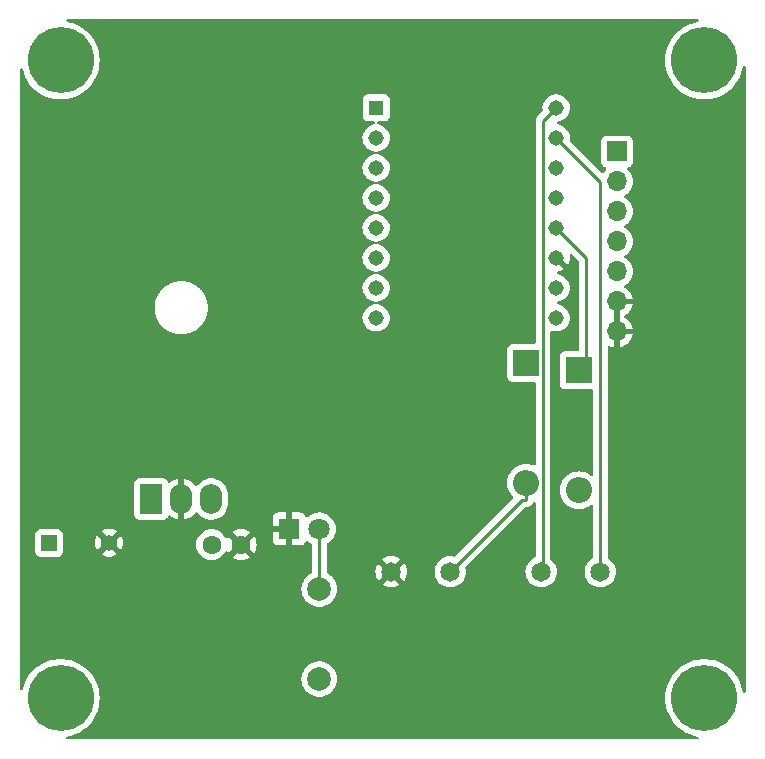
<source format=gbr>
%TF.GenerationSoftware,KiCad,Pcbnew,7.0.9*%
%TF.CreationDate,2025-09-04T13:27:59+02:00*%
%TF.ProjectId,Kicad_Projet_Sons_HW896_V1,4b696361-645f-4507-926f-6a65745f536f,rev?*%
%TF.SameCoordinates,Original*%
%TF.FileFunction,Copper,L2,Bot*%
%TF.FilePolarity,Positive*%
%FSLAX46Y46*%
G04 Gerber Fmt 4.6, Leading zero omitted, Abs format (unit mm)*
G04 Created by KiCad (PCBNEW 7.0.9) date 2025-09-04 13:27:59*
%MOMM*%
%LPD*%
G01*
G04 APERTURE LIST*
%TA.AperFunction,ComponentPad*%
%ADD10C,5.600000*%
%TD*%
%TA.AperFunction,ComponentPad*%
%ADD11R,1.800000X1.800000*%
%TD*%
%TA.AperFunction,ComponentPad*%
%ADD12C,1.800000*%
%TD*%
%TA.AperFunction,ComponentPad*%
%ADD13C,1.600000*%
%TD*%
%TA.AperFunction,ComponentPad*%
%ADD14C,2.000000*%
%TD*%
%TA.AperFunction,ComponentPad*%
%ADD15R,1.357000X1.357000*%
%TD*%
%TA.AperFunction,ComponentPad*%
%ADD16C,1.357000*%
%TD*%
%TA.AperFunction,ComponentPad*%
%ADD17R,2.200000X2.200000*%
%TD*%
%TA.AperFunction,ComponentPad*%
%ADD18O,2.200000X2.200000*%
%TD*%
%TA.AperFunction,ComponentPad*%
%ADD19R,1.700000X1.700000*%
%TD*%
%TA.AperFunction,ComponentPad*%
%ADD20O,1.700000X1.700000*%
%TD*%
%TA.AperFunction,ComponentPad*%
%ADD21C,1.650000*%
%TD*%
%TA.AperFunction,ComponentPad*%
%ADD22R,1.308000X1.308000*%
%TD*%
%TA.AperFunction,ComponentPad*%
%ADD23C,1.308000*%
%TD*%
%TA.AperFunction,ComponentPad*%
%ADD24R,1.900000X2.500000*%
%TD*%
%TA.AperFunction,ComponentPad*%
%ADD25O,1.900000X2.500000*%
%TD*%
%TA.AperFunction,ViaPad*%
%ADD26C,0.800000*%
%TD*%
%TA.AperFunction,Conductor*%
%ADD27C,0.250000*%
%TD*%
G04 APERTURE END LIST*
D10*
%TO.P,REF\u002A\u002A,1*%
%TO.N,N/C*%
X173800000Y-104600000D03*
%TD*%
D11*
%TO.P,D3,1,K*%
%TO.N,GND*%
X138660000Y-90280000D03*
D12*
%TO.P,D3,2,A*%
%TO.N,Net-(D3-A)*%
X141200000Y-90280000D03*
%TD*%
D13*
%TO.P,C3,1*%
%TO.N,Net-(D2-A)*%
X132090000Y-91600000D03*
%TO.P,C3,2*%
%TO.N,GND*%
X134590000Y-91600000D03*
%TD*%
D14*
%TO.P,R1,1*%
%TO.N,Net-(D2-A)*%
X141200000Y-102980000D03*
%TO.P,R1,2*%
%TO.N,Net-(D3-A)*%
X141200000Y-95360000D03*
%TD*%
D15*
%TO.P,C1,1,1*%
%TO.N,Net-(C2-+)*%
X118340000Y-91450000D03*
D16*
%TO.P,C1,2,2*%
%TO.N,GND*%
X123420000Y-91450000D03*
%TD*%
D10*
%TO.P,REF\u002A\u002A,1*%
%TO.N,N/C*%
X173800000Y-50600000D03*
%TD*%
D17*
%TO.P,D1,1,K*%
%TO.N,Net-(C2-+)*%
X158720000Y-76210000D03*
D18*
%TO.P,D1,2,A*%
%TO.N,Net-(D1-A)*%
X158720000Y-86370000D03*
%TD*%
D19*
%TO.P,J10,1,Pin_1*%
%TO.N,Net-(J10-Pin_1)*%
X166400000Y-58320000D03*
D20*
%TO.P,J10,2,Pin_2*%
%TO.N,Net-(J10-Pin_2)*%
X166400000Y-60860000D03*
%TO.P,J10,3,Pin_3*%
%TO.N,Net-(J10-Pin_3)*%
X166400000Y-63400000D03*
%TO.P,J10,4,Pin_4*%
%TO.N,Net-(J10-Pin_4)*%
X166400000Y-65940000D03*
%TO.P,J10,5,Pin_5*%
%TO.N,Net-(J10-Pin_5)*%
X166400000Y-68480000D03*
%TO.P,J10,6,Pin_6*%
%TO.N,GND*%
X166400000Y-71020000D03*
%TO.P,J10,7,Pin_7*%
X166400000Y-73560000D03*
%TD*%
D21*
%TO.P,J1,1,1*%
%TO.N,Net-(D1-A)*%
X152290000Y-93900000D03*
%TO.P,J1,2,2*%
%TO.N,GND*%
X147290000Y-93900000D03*
%TD*%
D17*
%TO.P,D2,1,K*%
%TO.N,+4V*%
X163165000Y-76845000D03*
D18*
%TO.P,D2,2,A*%
%TO.N,Net-(D2-A)*%
X163165000Y-87005000D03*
%TD*%
D10*
%TO.P,REF\u002A\u002A,1*%
%TO.N,N/C*%
X119300000Y-50600000D03*
%TD*%
D21*
%TO.P,J2,1,1*%
%TO.N,Net-(U2-SPK-)*%
X164990000Y-93900000D03*
%TO.P,J2,2,2*%
%TO.N,Net-(U2-SPK+)*%
X159990000Y-93900000D03*
%TD*%
D22*
%TO.P,U2,1,K1*%
%TO.N,Net-(J10-Pin_1)*%
X146020000Y-54620000D03*
D23*
%TO.P,U2,2,K2*%
%TO.N,Net-(J10-Pin_2)*%
X146020000Y-57160000D03*
%TO.P,U2,3,K3*%
%TO.N,Net-(J10-Pin_3)*%
X146020000Y-59700000D03*
%TO.P,U2,4,K4*%
%TO.N,Net-(J10-Pin_4)*%
X146020000Y-62240000D03*
%TO.P,U2,5,K5*%
%TO.N,Net-(J10-Pin_5)*%
X146020000Y-64780000D03*
%TO.P,U2,6,SGND*%
%TO.N,unconnected-(U2-SGND-Pad6)*%
X146020000Y-67320000D03*
%TO.P,U2,7,ADKEY*%
%TO.N,unconnected-(U2-ADKEY-Pad7)*%
X146020000Y-69860000D03*
%TO.P,U2,8,Busy*%
%TO.N,unconnected-(U2-Busy-Pad8)*%
X146020000Y-72400000D03*
%TO.P,U2,9,RX*%
%TO.N,unconnected-(U2-RX-Pad9)*%
X161260000Y-72400000D03*
%TO.P,U2,10,TX*%
%TO.N,unconnected-(U2-TX-Pad10)*%
X161260000Y-69860000D03*
%TO.P,U2,11,GND*%
%TO.N,GND*%
X161260000Y-67320000D03*
%TO.P,U2,12,VCC*%
%TO.N,+4V*%
X161260000Y-64780000D03*
%TO.P,U2,13,Dac_R*%
%TO.N,unconnected-(U2-Dac_R-Pad13)*%
X161260000Y-62240000D03*
%TO.P,U2,14,Dac_L*%
%TO.N,unconnected-(U2-Dac_L-Pad14)*%
X161260000Y-59700000D03*
%TO.P,U2,15,SPK-*%
%TO.N,Net-(U2-SPK-)*%
X161260000Y-57160000D03*
%TO.P,U2,16,SPK+*%
%TO.N,Net-(U2-SPK+)*%
X161260000Y-54620000D03*
%TD*%
D10*
%TO.P,REF\u002A\u002A,1*%
%TO.N,N/C*%
X119300000Y-104600000D03*
%TD*%
D24*
%TO.P,U1,1,VI*%
%TO.N,Net-(C2-+)*%
X126970000Y-87740000D03*
D25*
%TO.P,U1,2,GND*%
%TO.N,GND*%
X129510000Y-87740000D03*
%TO.P,U1,3,VO*%
%TO.N,Net-(D2-A)*%
X132050000Y-87740000D03*
%TD*%
D26*
%TO.N,GND*%
X152370000Y-79763300D03*
X133320000Y-98733600D03*
%TD*%
D27*
%TO.N,+4V*%
X161260000Y-64780000D02*
X163800000Y-67320000D01*
X163800000Y-76210000D02*
X163165000Y-76845000D01*
X163800000Y-67320000D02*
X163800000Y-76210000D01*
%TO.N,Net-(D1-A)*%
X152290000Y-93900000D02*
X158394700Y-87795300D01*
X158394700Y-87795300D02*
X158720000Y-87795300D01*
X158720000Y-86370000D02*
X158720000Y-87795300D01*
%TO.N,Net-(D3-A)*%
X141200000Y-90280000D02*
X141200000Y-95360000D01*
%TO.N,Net-(U2-SPK-)*%
X161260000Y-57160000D02*
X164990000Y-60890000D01*
X164990000Y-60890000D02*
X164990000Y-93900000D01*
%TO.N,Net-(U2-SPK+)*%
X159990000Y-93900000D02*
X160145300Y-93744700D01*
X160145300Y-55734700D02*
X161260000Y-54620000D01*
X160145300Y-93744700D02*
X160145300Y-55734700D01*
%TD*%
%TA.AperFunction,Conductor*%
%TO.N,GND*%
G36*
X166650000Y-73124498D02*
G01*
X166542315Y-73075320D01*
X166435763Y-73060000D01*
X166364237Y-73060000D01*
X166257685Y-73075320D01*
X166150000Y-73124498D01*
X166150000Y-71455501D01*
X166257685Y-71504680D01*
X166364237Y-71520000D01*
X166435763Y-71520000D01*
X166542315Y-71504680D01*
X166650000Y-71455501D01*
X166650000Y-73124498D01*
G37*
%TD.AperFunction*%
%TA.AperFunction,Conductor*%
G36*
X173271991Y-47120185D02*
G01*
X173317746Y-47172989D01*
X173327690Y-47242147D01*
X173298665Y-47305703D01*
X173239887Y-47343477D01*
X173231608Y-47345601D01*
X172915726Y-47415131D01*
X172659970Y-47501306D01*
X172576565Y-47529409D01*
X172576563Y-47529410D01*
X172576552Y-47529414D01*
X172251755Y-47679680D01*
X172251751Y-47679682D01*
X172023367Y-47817096D01*
X171945081Y-47864200D01*
X171856768Y-47931333D01*
X171660172Y-48080781D01*
X171660163Y-48080789D01*
X171400331Y-48326914D01*
X171168641Y-48599680D01*
X171168634Y-48599690D01*
X170967790Y-48895913D01*
X170967784Y-48895922D01*
X170800151Y-49212111D01*
X170800142Y-49212129D01*
X170667674Y-49544600D01*
X170667672Y-49544607D01*
X170571932Y-49889434D01*
X170571926Y-49889460D01*
X170514029Y-50242614D01*
X170514028Y-50242631D01*
X170494652Y-50599997D01*
X170494652Y-50600002D01*
X170514028Y-50957368D01*
X170514029Y-50957385D01*
X170571926Y-51310539D01*
X170571932Y-51310565D01*
X170667672Y-51655392D01*
X170667674Y-51655399D01*
X170800142Y-51987870D01*
X170800151Y-51987888D01*
X170967784Y-52304077D01*
X170967790Y-52304086D01*
X171168634Y-52600309D01*
X171168641Y-52600319D01*
X171400331Y-52873085D01*
X171400332Y-52873086D01*
X171660163Y-53119211D01*
X171945081Y-53335800D01*
X172251747Y-53520315D01*
X172251749Y-53520316D01*
X172251751Y-53520317D01*
X172251755Y-53520319D01*
X172576552Y-53670585D01*
X172576565Y-53670591D01*
X172915726Y-53784868D01*
X173265254Y-53861805D01*
X173621052Y-53900500D01*
X173621058Y-53900500D01*
X173978942Y-53900500D01*
X173978948Y-53900500D01*
X174334746Y-53861805D01*
X174684274Y-53784868D01*
X175023435Y-53670591D01*
X175348253Y-53520315D01*
X175654919Y-53335800D01*
X175939837Y-53119211D01*
X176199668Y-52873086D01*
X176431365Y-52600311D01*
X176632211Y-52304085D01*
X176799853Y-51987880D01*
X176932324Y-51655403D01*
X177028071Y-51310552D01*
X177053134Y-51157677D01*
X177083405Y-51094705D01*
X177142915Y-51058096D01*
X177212771Y-51059472D01*
X177270794Y-51098397D01*
X177298562Y-51162512D01*
X177299500Y-51177738D01*
X177299500Y-104022261D01*
X177279815Y-104089300D01*
X177227011Y-104135055D01*
X177157853Y-104144999D01*
X177094297Y-104115974D01*
X177056523Y-104057196D01*
X177053134Y-104042322D01*
X177028073Y-103889460D01*
X177028072Y-103889459D01*
X177028071Y-103889448D01*
X176932324Y-103544597D01*
X176806109Y-103227821D01*
X176799857Y-103212129D01*
X176799848Y-103212111D01*
X176632215Y-102895922D01*
X176632213Y-102895919D01*
X176632211Y-102895915D01*
X176431365Y-102599689D01*
X176431361Y-102599684D01*
X176431358Y-102599680D01*
X176199668Y-102326914D01*
X175939837Y-102080789D01*
X175939830Y-102080783D01*
X175939827Y-102080781D01*
X175872245Y-102029407D01*
X175654919Y-101864200D01*
X175348253Y-101679685D01*
X175348252Y-101679684D01*
X175348248Y-101679682D01*
X175348244Y-101679680D01*
X175023447Y-101529414D01*
X175023441Y-101529411D01*
X175023435Y-101529409D01*
X174853854Y-101472270D01*
X174684273Y-101415131D01*
X174334744Y-101338194D01*
X173978949Y-101299500D01*
X173978948Y-101299500D01*
X173621052Y-101299500D01*
X173621050Y-101299500D01*
X173265255Y-101338194D01*
X172915726Y-101415131D01*
X172659970Y-101501306D01*
X172576565Y-101529409D01*
X172576563Y-101529410D01*
X172576552Y-101529414D01*
X172251755Y-101679680D01*
X172251751Y-101679682D01*
X172023367Y-101817096D01*
X171945081Y-101864200D01*
X171934476Y-101872262D01*
X171660172Y-102080781D01*
X171660163Y-102080789D01*
X171400331Y-102326914D01*
X171168641Y-102599680D01*
X171168634Y-102599690D01*
X170967790Y-102895913D01*
X170967784Y-102895922D01*
X170800151Y-103212111D01*
X170800142Y-103212129D01*
X170667674Y-103544600D01*
X170667672Y-103544607D01*
X170571932Y-103889434D01*
X170571926Y-103889460D01*
X170514029Y-104242614D01*
X170514028Y-104242631D01*
X170494652Y-104599997D01*
X170494652Y-104600002D01*
X170514028Y-104957368D01*
X170514029Y-104957385D01*
X170571926Y-105310539D01*
X170571932Y-105310565D01*
X170667672Y-105655392D01*
X170667674Y-105655399D01*
X170800142Y-105987870D01*
X170800151Y-105987888D01*
X170967784Y-106304077D01*
X170967790Y-106304086D01*
X171168634Y-106600309D01*
X171168641Y-106600319D01*
X171400331Y-106873085D01*
X171400332Y-106873086D01*
X171660163Y-107119211D01*
X171945081Y-107335800D01*
X172251747Y-107520315D01*
X172251749Y-107520316D01*
X172251751Y-107520317D01*
X172251755Y-107520319D01*
X172576552Y-107670585D01*
X172576565Y-107670591D01*
X172915726Y-107784868D01*
X173231608Y-107854399D01*
X173292849Y-107888035D01*
X173326183Y-107949440D01*
X173321027Y-108019119D01*
X173279018Y-108074950D01*
X173213494Y-108099205D01*
X173204952Y-108099500D01*
X119895048Y-108099500D01*
X119828009Y-108079815D01*
X119782254Y-108027011D01*
X119772310Y-107957853D01*
X119801335Y-107894297D01*
X119860113Y-107856523D01*
X119868392Y-107854399D01*
X119928104Y-107841255D01*
X120184274Y-107784868D01*
X120523435Y-107670591D01*
X120848253Y-107520315D01*
X121154919Y-107335800D01*
X121439837Y-107119211D01*
X121699668Y-106873086D01*
X121931365Y-106600311D01*
X122132211Y-106304085D01*
X122299853Y-105987880D01*
X122432324Y-105655403D01*
X122528071Y-105310552D01*
X122563457Y-105094705D01*
X122585970Y-104957385D01*
X122585970Y-104957382D01*
X122585972Y-104957371D01*
X122605348Y-104600000D01*
X122585972Y-104242629D01*
X122569966Y-104144999D01*
X122528073Y-103889460D01*
X122528072Y-103889459D01*
X122528071Y-103889448D01*
X122432324Y-103544597D01*
X122306109Y-103227821D01*
X122299857Y-103212129D01*
X122299848Y-103212111D01*
X122176793Y-102980005D01*
X139694357Y-102980005D01*
X139714890Y-103227812D01*
X139714892Y-103227824D01*
X139775936Y-103468881D01*
X139875826Y-103696606D01*
X140011833Y-103904782D01*
X140011836Y-103904785D01*
X140180256Y-104087738D01*
X140376491Y-104240474D01*
X140595190Y-104358828D01*
X140830386Y-104439571D01*
X141075665Y-104480500D01*
X141324335Y-104480500D01*
X141569614Y-104439571D01*
X141804810Y-104358828D01*
X142023509Y-104240474D01*
X142219744Y-104087738D01*
X142388164Y-103904785D01*
X142524173Y-103696607D01*
X142624063Y-103468881D01*
X142685108Y-103227821D01*
X142685109Y-103227812D01*
X142705643Y-102980005D01*
X142705643Y-102979994D01*
X142685109Y-102732187D01*
X142685107Y-102732175D01*
X142624063Y-102491118D01*
X142524173Y-102263393D01*
X142388166Y-102055217D01*
X142366557Y-102031744D01*
X142219744Y-101872262D01*
X142023509Y-101719526D01*
X142023507Y-101719525D01*
X142023506Y-101719524D01*
X141804811Y-101601172D01*
X141804802Y-101601169D01*
X141569616Y-101520429D01*
X141324335Y-101479500D01*
X141075665Y-101479500D01*
X140830383Y-101520429D01*
X140595197Y-101601169D01*
X140595188Y-101601172D01*
X140376493Y-101719524D01*
X140180257Y-101872261D01*
X140011833Y-102055217D01*
X139875826Y-102263393D01*
X139775936Y-102491118D01*
X139714892Y-102732175D01*
X139714890Y-102732187D01*
X139694357Y-102979994D01*
X139694357Y-102980005D01*
X122176793Y-102980005D01*
X122132215Y-102895922D01*
X122132213Y-102895919D01*
X122132211Y-102895915D01*
X121931365Y-102599689D01*
X121931361Y-102599684D01*
X121931358Y-102599680D01*
X121699668Y-102326914D01*
X121439837Y-102080789D01*
X121439830Y-102080783D01*
X121439827Y-102080781D01*
X121372245Y-102029407D01*
X121154919Y-101864200D01*
X120848253Y-101679685D01*
X120848252Y-101679684D01*
X120848248Y-101679682D01*
X120848244Y-101679680D01*
X120523447Y-101529414D01*
X120523441Y-101529411D01*
X120523435Y-101529409D01*
X120353854Y-101472270D01*
X120184273Y-101415131D01*
X119834744Y-101338194D01*
X119478949Y-101299500D01*
X119478948Y-101299500D01*
X119121052Y-101299500D01*
X119121050Y-101299500D01*
X118765255Y-101338194D01*
X118415726Y-101415131D01*
X118159970Y-101501306D01*
X118076565Y-101529409D01*
X118076563Y-101529410D01*
X118076552Y-101529414D01*
X117751755Y-101679680D01*
X117751751Y-101679682D01*
X117523367Y-101817096D01*
X117445081Y-101864200D01*
X117434476Y-101872262D01*
X117160172Y-102080781D01*
X117160163Y-102080789D01*
X116900331Y-102326914D01*
X116668641Y-102599680D01*
X116668634Y-102599690D01*
X116467790Y-102895913D01*
X116467784Y-102895922D01*
X116300151Y-103212111D01*
X116300142Y-103212129D01*
X116167674Y-103544600D01*
X116167672Y-103544607D01*
X116083480Y-103847842D01*
X116046578Y-103907172D01*
X115983458Y-103937133D01*
X115914160Y-103928212D01*
X115860686Y-103883242D01*
X115840014Y-103816501D01*
X115840000Y-103814669D01*
X115840000Y-92176370D01*
X117161000Y-92176370D01*
X117161001Y-92176376D01*
X117167408Y-92235983D01*
X117217702Y-92370828D01*
X117217706Y-92370835D01*
X117303952Y-92486044D01*
X117303955Y-92486047D01*
X117419164Y-92572293D01*
X117419171Y-92572297D01*
X117554017Y-92622591D01*
X117554016Y-92622591D01*
X117560944Y-92623335D01*
X117613627Y-92629000D01*
X119066372Y-92628999D01*
X119125983Y-92622591D01*
X119260831Y-92572296D01*
X119376046Y-92486046D01*
X119462296Y-92370831D01*
X119512591Y-92235983D01*
X119519000Y-92176373D01*
X119518999Y-91450000D01*
X122236451Y-91450000D01*
X122256602Y-91667476D01*
X122256603Y-91667479D01*
X122316370Y-91877542D01*
X122316373Y-91877548D01*
X122413728Y-92073062D01*
X122426487Y-92089958D01*
X123006751Y-91509695D01*
X123017985Y-91580623D01*
X123078025Y-91698459D01*
X123171541Y-91791975D01*
X123289377Y-91852015D01*
X123360303Y-91863248D01*
X122782288Y-92441262D01*
X122892448Y-92509470D01*
X122892449Y-92509471D01*
X123096103Y-92588366D01*
X123310799Y-92628500D01*
X123529201Y-92628500D01*
X123743896Y-92588366D01*
X123947552Y-92509470D01*
X123947553Y-92509469D01*
X124057710Y-92441262D01*
X123479696Y-91863248D01*
X123550623Y-91852015D01*
X123668459Y-91791975D01*
X123761975Y-91698459D01*
X123822015Y-91580623D01*
X123833248Y-91509695D01*
X124413511Y-92089958D01*
X124426273Y-92073058D01*
X124426275Y-92073055D01*
X124523626Y-91877548D01*
X124523629Y-91877542D01*
X124583396Y-91667479D01*
X124583397Y-91667476D01*
X124589649Y-91600001D01*
X130784532Y-91600001D01*
X130804364Y-91826686D01*
X130804366Y-91826697D01*
X130863258Y-92046488D01*
X130863261Y-92046497D01*
X130959431Y-92252732D01*
X130959432Y-92252734D01*
X131089954Y-92439141D01*
X131250858Y-92600045D01*
X131270301Y-92613659D01*
X131437266Y-92730568D01*
X131643504Y-92826739D01*
X131863308Y-92885635D01*
X132025230Y-92899801D01*
X132089998Y-92905468D01*
X132090000Y-92905468D01*
X132090002Y-92905468D01*
X132146673Y-92900509D01*
X132316692Y-92885635D01*
X132536496Y-92826739D01*
X132742734Y-92730568D01*
X132929139Y-92600047D01*
X133090047Y-92439139D01*
X133220568Y-92252734D01*
X133227893Y-92237023D01*
X133274062Y-92184586D01*
X133341254Y-92165432D01*
X133408136Y-92185645D01*
X133452657Y-92237023D01*
X133459865Y-92252481D01*
X133459866Y-92252483D01*
X133510973Y-92325471D01*
X133510974Y-92325472D01*
X134192046Y-91644399D01*
X134204835Y-91725148D01*
X134262359Y-91838045D01*
X134351955Y-91927641D01*
X134464852Y-91985165D01*
X134545599Y-91997953D01*
X133864526Y-92679025D01*
X133864526Y-92679026D01*
X133937512Y-92730131D01*
X133937516Y-92730133D01*
X134143673Y-92826265D01*
X134143682Y-92826269D01*
X134363389Y-92885139D01*
X134363400Y-92885141D01*
X134589998Y-92904966D01*
X134590002Y-92904966D01*
X134816599Y-92885141D01*
X134816610Y-92885139D01*
X135036317Y-92826269D01*
X135036331Y-92826264D01*
X135242478Y-92730136D01*
X135315472Y-92679025D01*
X134634401Y-91997953D01*
X134715148Y-91985165D01*
X134828045Y-91927641D01*
X134917641Y-91838045D01*
X134975165Y-91725148D01*
X134987953Y-91644400D01*
X135669025Y-92325472D01*
X135720136Y-92252478D01*
X135816264Y-92046331D01*
X135816269Y-92046317D01*
X135875139Y-91826610D01*
X135875141Y-91826599D01*
X135894966Y-91600002D01*
X135894966Y-91599997D01*
X135875141Y-91373400D01*
X135875139Y-91373389D01*
X135836141Y-91227844D01*
X137260000Y-91227844D01*
X137266401Y-91287372D01*
X137266403Y-91287379D01*
X137316645Y-91422086D01*
X137316649Y-91422093D01*
X137402809Y-91537187D01*
X137402812Y-91537190D01*
X137517906Y-91623350D01*
X137517913Y-91623354D01*
X137652620Y-91673596D01*
X137652627Y-91673598D01*
X137712155Y-91679999D01*
X137712172Y-91680000D01*
X138410000Y-91680000D01*
X138410000Y-90654189D01*
X138462547Y-90690016D01*
X138592173Y-90730000D01*
X138693724Y-90730000D01*
X138794138Y-90714865D01*
X138910000Y-90659068D01*
X138910000Y-91680000D01*
X139607828Y-91680000D01*
X139607844Y-91679999D01*
X139667372Y-91673598D01*
X139667379Y-91673596D01*
X139802086Y-91623354D01*
X139802093Y-91623350D01*
X139917187Y-91537190D01*
X139917190Y-91537187D01*
X140003350Y-91422093D01*
X140003355Y-91422084D01*
X140032075Y-91345081D01*
X140073945Y-91289147D01*
X140139409Y-91264729D01*
X140207682Y-91279580D01*
X140239484Y-91304428D01*
X140248216Y-91313913D01*
X140248219Y-91313915D01*
X140248222Y-91313918D01*
X140431365Y-91456464D01*
X140431376Y-91456471D01*
X140509517Y-91498759D01*
X140559108Y-91547978D01*
X140574500Y-91607814D01*
X140574500Y-93918479D01*
X140554815Y-93985518D01*
X140509519Y-94027533D01*
X140376496Y-94099522D01*
X140376494Y-94099523D01*
X140180257Y-94252261D01*
X140011833Y-94435217D01*
X139875826Y-94643393D01*
X139775936Y-94871118D01*
X139714892Y-95112175D01*
X139714890Y-95112187D01*
X139694357Y-95359994D01*
X139694357Y-95360005D01*
X139714890Y-95607812D01*
X139714892Y-95607824D01*
X139775936Y-95848881D01*
X139875826Y-96076606D01*
X140011833Y-96284782D01*
X140011836Y-96284785D01*
X140180256Y-96467738D01*
X140376491Y-96620474D01*
X140595190Y-96738828D01*
X140830386Y-96819571D01*
X141075665Y-96860500D01*
X141324335Y-96860500D01*
X141569614Y-96819571D01*
X141804810Y-96738828D01*
X142023509Y-96620474D01*
X142219744Y-96467738D01*
X142388164Y-96284785D01*
X142524173Y-96076607D01*
X142624063Y-95848881D01*
X142685108Y-95607821D01*
X142705643Y-95360000D01*
X142693201Y-95209852D01*
X142685109Y-95112187D01*
X142685107Y-95112175D01*
X142624063Y-94871118D01*
X142524173Y-94643393D01*
X142388166Y-94435217D01*
X142332133Y-94374349D01*
X142219744Y-94252262D01*
X142023509Y-94099526D01*
X142023508Y-94099525D01*
X142023505Y-94099523D01*
X142023503Y-94099522D01*
X141890481Y-94027533D01*
X141840891Y-93978313D01*
X141825500Y-93918479D01*
X141825500Y-93900000D01*
X145959939Y-93900000D01*
X145980145Y-94130958D01*
X145980147Y-94130968D01*
X146040148Y-94354900D01*
X146040152Y-94354909D01*
X146138132Y-94565029D01*
X146138133Y-94565031D01*
X146193023Y-94643422D01*
X146193024Y-94643423D01*
X146764070Y-94072376D01*
X146766884Y-94085915D01*
X146836442Y-94220156D01*
X146939638Y-94330652D01*
X147068819Y-94409209D01*
X147120002Y-94423549D01*
X146546575Y-94996975D01*
X146624973Y-95051868D01*
X146835090Y-95149847D01*
X146835099Y-95149851D01*
X147059031Y-95209852D01*
X147059041Y-95209854D01*
X147289999Y-95230061D01*
X147290001Y-95230061D01*
X147520958Y-95209854D01*
X147520968Y-95209852D01*
X147744900Y-95149851D01*
X147744909Y-95149847D01*
X147955030Y-95051867D01*
X148033423Y-94996975D01*
X147461568Y-94425121D01*
X147578458Y-94374349D01*
X147695739Y-94278934D01*
X147782928Y-94155415D01*
X147813354Y-94069802D01*
X148386975Y-94643423D01*
X148441867Y-94565030D01*
X148539847Y-94354909D01*
X148539851Y-94354900D01*
X148599852Y-94130968D01*
X148599854Y-94130958D01*
X148620061Y-93900001D01*
X150959437Y-93900001D01*
X150979650Y-94131044D01*
X150979651Y-94131051D01*
X151039678Y-94355074D01*
X151039679Y-94355076D01*
X151039680Y-94355079D01*
X151137699Y-94565282D01*
X151270730Y-94755269D01*
X151434731Y-94919270D01*
X151624718Y-95052301D01*
X151834921Y-95150320D01*
X152058950Y-95210349D01*
X152223985Y-95224787D01*
X152289998Y-95230563D01*
X152290000Y-95230563D01*
X152290002Y-95230563D01*
X152347762Y-95225509D01*
X152521050Y-95210349D01*
X152745079Y-95150320D01*
X152955282Y-95052301D01*
X153145269Y-94919270D01*
X153309270Y-94755269D01*
X153442301Y-94565282D01*
X153540320Y-94355079D01*
X153600349Y-94131050D01*
X153620563Y-93900000D01*
X153600349Y-93668950D01*
X153577731Y-93584540D01*
X153579393Y-93514690D01*
X153609822Y-93464766D01*
X158614895Y-88459694D01*
X158676216Y-88426211D01*
X158694784Y-88423622D01*
X158737722Y-88420921D01*
X158741598Y-88420800D01*
X158759342Y-88420800D01*
X158759350Y-88420800D01*
X158776990Y-88418571D01*
X158780807Y-88418210D01*
X158838138Y-88414604D01*
X158845905Y-88412080D01*
X158868680Y-88406988D01*
X158876792Y-88405964D01*
X158930195Y-88384819D01*
X158933835Y-88383509D01*
X158988441Y-88365767D01*
X158995337Y-88361390D01*
X159016133Y-88350794D01*
X159023732Y-88347786D01*
X159070191Y-88314030D01*
X159073390Y-88311855D01*
X159121877Y-88281086D01*
X159127466Y-88275133D01*
X159144979Y-88259694D01*
X159151587Y-88254894D01*
X159188190Y-88210647D01*
X159190736Y-88207757D01*
X159230062Y-88165882D01*
X159233998Y-88158721D01*
X159247119Y-88139414D01*
X159252324Y-88133123D01*
X159276772Y-88081165D01*
X159278538Y-88077703D01*
X159282334Y-88070798D01*
X159287139Y-88062056D01*
X159336685Y-88012794D01*
X159405000Y-87998138D01*
X159470394Y-88022742D01*
X159512105Y-88078795D01*
X159519800Y-88121796D01*
X159519800Y-92577734D01*
X159500115Y-92644773D01*
X159448205Y-92690116D01*
X159324719Y-92747699D01*
X159324714Y-92747701D01*
X159134735Y-92880726D01*
X159134729Y-92880731D01*
X158970731Y-93044729D01*
X158970726Y-93044735D01*
X158837701Y-93234714D01*
X158837699Y-93234718D01*
X158739681Y-93444917D01*
X158679651Y-93668948D01*
X158679650Y-93668955D01*
X158659437Y-93899998D01*
X158659437Y-93900001D01*
X158679650Y-94131044D01*
X158679651Y-94131051D01*
X158739678Y-94355074D01*
X158739679Y-94355076D01*
X158739680Y-94355079D01*
X158837699Y-94565282D01*
X158970730Y-94755269D01*
X159134731Y-94919270D01*
X159324718Y-95052301D01*
X159534921Y-95150320D01*
X159758950Y-95210349D01*
X159923985Y-95224787D01*
X159989998Y-95230563D01*
X159990000Y-95230563D01*
X159990002Y-95230563D01*
X160047762Y-95225509D01*
X160221050Y-95210349D01*
X160445079Y-95150320D01*
X160655282Y-95052301D01*
X160845269Y-94919270D01*
X161009270Y-94755269D01*
X161142301Y-94565282D01*
X161240320Y-94355079D01*
X161300349Y-94131050D01*
X161320563Y-93900000D01*
X161317248Y-93862114D01*
X161310681Y-93787047D01*
X161300349Y-93668950D01*
X161240320Y-93444921D01*
X161142301Y-93234719D01*
X161142299Y-93234716D01*
X161142298Y-93234714D01*
X161009273Y-93044735D01*
X161009268Y-93044729D01*
X160845272Y-92880733D01*
X160845269Y-92880730D01*
X160840200Y-92877180D01*
X160823674Y-92865608D01*
X160780050Y-92811030D01*
X160770800Y-92764035D01*
X160770800Y-73629606D01*
X160790485Y-73562567D01*
X160843289Y-73516812D01*
X160912447Y-73506868D01*
X160939592Y-73513980D01*
X160942703Y-73515185D01*
X161153020Y-73554500D01*
X161153022Y-73554500D01*
X161366978Y-73554500D01*
X161366980Y-73554500D01*
X161577297Y-73515185D01*
X161776810Y-73437893D01*
X161958722Y-73325258D01*
X162116841Y-73181114D01*
X162245781Y-73010370D01*
X162341151Y-72818840D01*
X162341151Y-72818837D01*
X162341153Y-72818835D01*
X162378115Y-72688926D01*
X162399704Y-72613048D01*
X162419446Y-72400000D01*
X162399704Y-72186952D01*
X162381714Y-72123724D01*
X162341153Y-71981164D01*
X162341150Y-71981158D01*
X162296298Y-71891082D01*
X162245781Y-71789630D01*
X162116841Y-71618886D01*
X161958722Y-71474742D01*
X161958716Y-71474738D01*
X161958713Y-71474736D01*
X161776813Y-71362108D01*
X161776807Y-71362106D01*
X161577297Y-71284815D01*
X161401153Y-71251888D01*
X161338874Y-71220221D01*
X161303601Y-71159908D01*
X161306535Y-71090100D01*
X161346744Y-71032960D01*
X161401152Y-71008112D01*
X161577297Y-70975185D01*
X161776810Y-70897893D01*
X161958722Y-70785258D01*
X162116841Y-70641114D01*
X162245781Y-70470370D01*
X162341151Y-70278840D01*
X162341151Y-70278837D01*
X162341153Y-70278835D01*
X162378115Y-70148926D01*
X162399704Y-70073048D01*
X162419446Y-69860000D01*
X162418693Y-69851879D01*
X162399704Y-69646952D01*
X162399703Y-69646949D01*
X162396496Y-69635679D01*
X162365544Y-69526891D01*
X162341153Y-69441164D01*
X162341150Y-69441158D01*
X162325268Y-69409262D01*
X162245781Y-69249630D01*
X162116841Y-69078886D01*
X161958722Y-68934742D01*
X161958716Y-68934738D01*
X161958713Y-68934736D01*
X161776813Y-68822108D01*
X161776807Y-68822106D01*
X161577297Y-68744815D01*
X161420010Y-68715413D01*
X161399795Y-68711634D01*
X161337514Y-68679965D01*
X161302241Y-68619653D01*
X161305175Y-68549845D01*
X161345384Y-68492705D01*
X161399795Y-68467856D01*
X161577163Y-68434700D01*
X161776585Y-68357444D01*
X161776586Y-68357443D01*
X161879913Y-68293465D01*
X161304401Y-67717953D01*
X161385148Y-67705165D01*
X161498045Y-67647641D01*
X161587641Y-67558045D01*
X161645165Y-67445148D01*
X161657953Y-67364400D01*
X162236018Y-67942465D01*
X162245355Y-67930101D01*
X162245357Y-67930098D01*
X162340678Y-67738669D01*
X162340684Y-67738654D01*
X162399210Y-67532956D01*
X162399211Y-67532954D01*
X162418944Y-67320000D01*
X162399928Y-67114793D01*
X162413343Y-67046223D01*
X162461700Y-66995791D01*
X162529646Y-66979508D01*
X162595608Y-67002545D01*
X162611080Y-67015670D01*
X163138181Y-67542771D01*
X163171666Y-67604094D01*
X163174500Y-67630452D01*
X163174500Y-75120500D01*
X163154815Y-75187539D01*
X163102011Y-75233294D01*
X163050500Y-75244500D01*
X162017129Y-75244500D01*
X162017123Y-75244501D01*
X161957516Y-75250908D01*
X161822671Y-75301202D01*
X161822664Y-75301206D01*
X161707455Y-75387452D01*
X161707452Y-75387455D01*
X161621206Y-75502664D01*
X161621202Y-75502671D01*
X161570908Y-75637517D01*
X161564501Y-75697116D01*
X161564500Y-75697135D01*
X161564500Y-77992870D01*
X161564501Y-77992876D01*
X161570908Y-78052483D01*
X161621202Y-78187328D01*
X161621206Y-78187335D01*
X161707452Y-78302544D01*
X161707455Y-78302547D01*
X161822664Y-78388793D01*
X161822671Y-78388797D01*
X161957517Y-78439091D01*
X161957516Y-78439091D01*
X161964444Y-78439835D01*
X162017127Y-78445500D01*
X164240500Y-78445499D01*
X164307539Y-78465184D01*
X164353294Y-78517987D01*
X164364500Y-78569499D01*
X164364500Y-85655696D01*
X164344815Y-85722735D01*
X164292011Y-85768490D01*
X164222853Y-85778434D01*
X164159969Y-85749987D01*
X164108655Y-85706161D01*
X164108653Y-85706160D01*
X163893859Y-85574533D01*
X163661110Y-85478126D01*
X163416151Y-85419317D01*
X163165000Y-85399551D01*
X162913848Y-85419317D01*
X162668889Y-85478126D01*
X162436140Y-85574533D01*
X162221346Y-85706160D01*
X162221343Y-85706161D01*
X162029776Y-85869776D01*
X161866161Y-86061343D01*
X161866160Y-86061346D01*
X161734533Y-86276140D01*
X161638126Y-86508889D01*
X161579317Y-86753848D01*
X161559551Y-87005000D01*
X161579317Y-87256151D01*
X161638126Y-87501110D01*
X161734533Y-87733859D01*
X161866160Y-87948653D01*
X161866161Y-87948656D01*
X161866164Y-87948659D01*
X162029776Y-88140224D01*
X162136579Y-88231442D01*
X162221343Y-88303838D01*
X162221345Y-88303838D01*
X162237991Y-88314039D01*
X162436140Y-88435466D01*
X162622333Y-88512589D01*
X162668889Y-88531873D01*
X162913852Y-88590683D01*
X163165000Y-88610449D01*
X163416148Y-88590683D01*
X163661111Y-88531873D01*
X163893859Y-88435466D01*
X164108659Y-88303836D01*
X164159970Y-88260011D01*
X164223729Y-88231442D01*
X164292815Y-88241879D01*
X164345291Y-88288009D01*
X164364500Y-88354303D01*
X164364500Y-92655293D01*
X164344815Y-92722332D01*
X164311624Y-92756868D01*
X164134731Y-92880730D01*
X164134729Y-92880731D01*
X163970731Y-93044729D01*
X163970726Y-93044735D01*
X163837701Y-93234714D01*
X163837699Y-93234718D01*
X163739681Y-93444917D01*
X163679651Y-93668948D01*
X163679650Y-93668955D01*
X163659437Y-93899998D01*
X163659437Y-93900001D01*
X163679650Y-94131044D01*
X163679651Y-94131051D01*
X163739678Y-94355074D01*
X163739679Y-94355076D01*
X163739680Y-94355079D01*
X163837699Y-94565282D01*
X163970730Y-94755269D01*
X164134731Y-94919270D01*
X164324718Y-95052301D01*
X164534921Y-95150320D01*
X164758950Y-95210349D01*
X164923985Y-95224787D01*
X164989998Y-95230563D01*
X164990000Y-95230563D01*
X164990002Y-95230563D01*
X165047762Y-95225509D01*
X165221050Y-95210349D01*
X165445079Y-95150320D01*
X165655282Y-95052301D01*
X165845269Y-94919270D01*
X166009270Y-94755269D01*
X166142301Y-94565282D01*
X166240320Y-94355079D01*
X166300349Y-94131050D01*
X166320563Y-93900000D01*
X166317248Y-93862114D01*
X166310681Y-93787047D01*
X166300349Y-93668950D01*
X166240320Y-93444921D01*
X166142301Y-93234719D01*
X166142299Y-93234716D01*
X166142298Y-93234714D01*
X166009273Y-93044735D01*
X166009268Y-93044729D01*
X165845269Y-92880730D01*
X165823673Y-92865608D01*
X165668375Y-92756867D01*
X165624751Y-92702291D01*
X165615500Y-92655293D01*
X165615500Y-74878383D01*
X165635185Y-74811344D01*
X165687989Y-74765589D01*
X165757147Y-74755645D01*
X165791905Y-74766001D01*
X165936507Y-74833429D01*
X165936516Y-74833433D01*
X166150000Y-74890634D01*
X166150000Y-73995501D01*
X166257685Y-74044680D01*
X166364237Y-74060000D01*
X166435763Y-74060000D01*
X166542315Y-74044680D01*
X166650000Y-73995501D01*
X166650000Y-74890633D01*
X166863483Y-74833433D01*
X166863492Y-74833429D01*
X167077578Y-74733600D01*
X167271082Y-74598105D01*
X167438105Y-74431082D01*
X167573600Y-74237578D01*
X167673429Y-74023492D01*
X167673432Y-74023486D01*
X167730636Y-73810000D01*
X166833686Y-73810000D01*
X166859493Y-73769844D01*
X166900000Y-73631889D01*
X166900000Y-73488111D01*
X166859493Y-73350156D01*
X166833686Y-73310000D01*
X167730636Y-73310000D01*
X167730635Y-73309999D01*
X167673432Y-73096513D01*
X167673429Y-73096507D01*
X167573600Y-72882422D01*
X167573599Y-72882420D01*
X167438113Y-72688926D01*
X167438108Y-72688920D01*
X167271082Y-72521894D01*
X167084968Y-72391575D01*
X167041344Y-72336998D01*
X167034151Y-72267499D01*
X167065673Y-72205145D01*
X167084968Y-72188425D01*
X167271082Y-72058105D01*
X167438105Y-71891082D01*
X167573600Y-71697578D01*
X167673429Y-71483492D01*
X167673432Y-71483486D01*
X167730636Y-71270000D01*
X166833686Y-71270000D01*
X166859493Y-71229844D01*
X166900000Y-71091889D01*
X166900000Y-70948111D01*
X166859493Y-70810156D01*
X166833686Y-70770000D01*
X167730636Y-70770000D01*
X167730635Y-70769999D01*
X167673432Y-70556513D01*
X167673429Y-70556507D01*
X167573600Y-70342422D01*
X167573599Y-70342420D01*
X167438113Y-70148926D01*
X167438108Y-70148920D01*
X167271078Y-69981890D01*
X167085405Y-69851879D01*
X167041780Y-69797302D01*
X167034588Y-69727804D01*
X167066110Y-69665449D01*
X167085406Y-69648730D01*
X167271401Y-69518495D01*
X167438495Y-69351401D01*
X167574035Y-69157830D01*
X167673903Y-68943663D01*
X167735063Y-68715408D01*
X167755659Y-68480000D01*
X167735063Y-68244592D01*
X167673903Y-68016337D01*
X167574035Y-67802171D01*
X167529691Y-67738840D01*
X167438494Y-67608597D01*
X167271402Y-67441506D01*
X167271396Y-67441501D01*
X167085842Y-67311575D01*
X167042217Y-67256998D01*
X167035023Y-67187500D01*
X167066546Y-67125145D01*
X167085842Y-67108425D01*
X167174675Y-67046223D01*
X167271401Y-66978495D01*
X167438495Y-66811401D01*
X167574035Y-66617830D01*
X167673903Y-66403663D01*
X167735063Y-66175408D01*
X167755659Y-65940000D01*
X167735063Y-65704592D01*
X167673903Y-65476337D01*
X167574035Y-65262171D01*
X167529691Y-65198840D01*
X167438494Y-65068597D01*
X167271402Y-64901506D01*
X167271396Y-64901501D01*
X167085842Y-64771575D01*
X167042217Y-64716998D01*
X167035023Y-64647500D01*
X167066546Y-64585145D01*
X167085842Y-64568425D01*
X167184501Y-64499343D01*
X167271401Y-64438495D01*
X167438495Y-64271401D01*
X167574035Y-64077830D01*
X167673903Y-63863663D01*
X167735063Y-63635408D01*
X167755659Y-63400000D01*
X167735063Y-63164592D01*
X167673903Y-62936337D01*
X167574035Y-62722171D01*
X167529691Y-62658840D01*
X167438494Y-62528597D01*
X167271402Y-62361506D01*
X167271396Y-62361501D01*
X167085842Y-62231575D01*
X167042217Y-62176998D01*
X167035023Y-62107500D01*
X167066546Y-62045145D01*
X167085842Y-62028425D01*
X167184501Y-61959343D01*
X167271401Y-61898495D01*
X167438495Y-61731401D01*
X167574035Y-61537830D01*
X167673903Y-61323663D01*
X167735063Y-61095408D01*
X167755659Y-60860000D01*
X167735063Y-60624592D01*
X167673903Y-60396337D01*
X167574035Y-60182171D01*
X167544201Y-60139564D01*
X167438496Y-59988600D01*
X167438494Y-59988598D01*
X167316567Y-59866671D01*
X167283084Y-59805351D01*
X167288068Y-59735659D01*
X167329939Y-59679725D01*
X167360915Y-59662810D01*
X167492331Y-59613796D01*
X167607546Y-59527546D01*
X167693796Y-59412331D01*
X167744091Y-59277483D01*
X167750500Y-59217873D01*
X167750499Y-57422128D01*
X167744091Y-57362517D01*
X167693796Y-57227669D01*
X167693795Y-57227668D01*
X167693793Y-57227664D01*
X167607547Y-57112455D01*
X167607544Y-57112452D01*
X167492335Y-57026206D01*
X167492328Y-57026202D01*
X167357482Y-56975908D01*
X167357483Y-56975908D01*
X167297883Y-56969501D01*
X167297881Y-56969500D01*
X167297873Y-56969500D01*
X167297864Y-56969500D01*
X165502129Y-56969500D01*
X165502123Y-56969501D01*
X165442516Y-56975908D01*
X165307671Y-57026202D01*
X165307664Y-57026206D01*
X165192455Y-57112452D01*
X165192452Y-57112455D01*
X165106206Y-57227664D01*
X165106202Y-57227671D01*
X165055908Y-57362517D01*
X165052805Y-57391383D01*
X165049501Y-57422123D01*
X165049500Y-57422135D01*
X165049500Y-59217870D01*
X165049501Y-59217876D01*
X165055908Y-59277483D01*
X165106202Y-59412328D01*
X165106206Y-59412335D01*
X165192452Y-59527544D01*
X165192455Y-59527547D01*
X165307664Y-59613793D01*
X165307671Y-59613797D01*
X165439081Y-59662810D01*
X165495015Y-59704681D01*
X165519432Y-59770145D01*
X165504580Y-59838418D01*
X165483430Y-59866673D01*
X165361505Y-59988598D01*
X165286344Y-60095940D01*
X165231767Y-60139564D01*
X165162268Y-60146757D01*
X165099914Y-60115235D01*
X165097088Y-60112497D01*
X162437297Y-57452706D01*
X162403812Y-57391383D01*
X162401507Y-57353587D01*
X162419446Y-57160000D01*
X162401793Y-56969501D01*
X162399704Y-56946952D01*
X162399703Y-56946949D01*
X162341153Y-56741164D01*
X162341150Y-56741158D01*
X162245781Y-56549630D01*
X162116841Y-56378886D01*
X161958722Y-56234742D01*
X161958716Y-56234738D01*
X161958713Y-56234736D01*
X161776813Y-56122108D01*
X161776807Y-56122106D01*
X161577297Y-56044815D01*
X161401153Y-56011888D01*
X161338874Y-55980221D01*
X161303601Y-55919908D01*
X161306535Y-55850100D01*
X161346744Y-55792960D01*
X161401152Y-55768112D01*
X161577297Y-55735185D01*
X161776810Y-55657893D01*
X161958722Y-55545258D01*
X162116841Y-55401114D01*
X162245781Y-55230370D01*
X162341151Y-55038840D01*
X162341151Y-55038837D01*
X162341153Y-55038835D01*
X162377040Y-54912705D01*
X162399704Y-54833048D01*
X162419446Y-54620000D01*
X162399704Y-54406952D01*
X162391200Y-54377065D01*
X162341153Y-54201164D01*
X162341150Y-54201158D01*
X162245781Y-54009630D01*
X162116841Y-53838886D01*
X161958722Y-53694742D01*
X161958716Y-53694738D01*
X161958713Y-53694736D01*
X161776813Y-53582108D01*
X161776807Y-53582106D01*
X161577297Y-53504815D01*
X161366980Y-53465500D01*
X161153020Y-53465500D01*
X160942703Y-53504815D01*
X160897812Y-53522206D01*
X160743192Y-53582106D01*
X160743186Y-53582108D01*
X160561286Y-53694736D01*
X160561283Y-53694738D01*
X160561279Y-53694740D01*
X160561278Y-53694742D01*
X160462414Y-53784868D01*
X160403158Y-53838887D01*
X160274219Y-54009629D01*
X160178849Y-54201158D01*
X160178846Y-54201164D01*
X160120296Y-54406949D01*
X160120295Y-54406952D01*
X160100554Y-54619999D01*
X160100554Y-54620000D01*
X160118492Y-54813583D01*
X160105077Y-54882152D01*
X160082702Y-54912705D01*
X159761508Y-55233899D01*
X159749251Y-55243720D01*
X159749434Y-55243941D01*
X159743423Y-55248913D01*
X159696072Y-55299336D01*
X159675189Y-55320219D01*
X159675177Y-55320232D01*
X159670921Y-55325717D01*
X159667137Y-55330147D01*
X159635237Y-55364118D01*
X159635236Y-55364120D01*
X159625584Y-55381676D01*
X159614910Y-55397926D01*
X159602629Y-55413761D01*
X159602624Y-55413768D01*
X159584115Y-55456538D01*
X159581545Y-55461784D01*
X159559103Y-55502606D01*
X159554122Y-55522007D01*
X159547821Y-55540410D01*
X159539862Y-55558802D01*
X159539861Y-55558805D01*
X159532571Y-55604827D01*
X159531387Y-55610546D01*
X159519801Y-55655672D01*
X159519800Y-55655682D01*
X159519800Y-55675716D01*
X159518273Y-55695115D01*
X159515140Y-55714894D01*
X159515140Y-55714895D01*
X159519525Y-55761283D01*
X159519800Y-55767121D01*
X159519800Y-74485500D01*
X159500115Y-74552539D01*
X159447311Y-74598294D01*
X159395800Y-74609500D01*
X157572129Y-74609500D01*
X157572123Y-74609501D01*
X157512516Y-74615908D01*
X157377671Y-74666202D01*
X157377664Y-74666206D01*
X157262455Y-74752452D01*
X157262452Y-74752455D01*
X157176206Y-74867664D01*
X157176202Y-74867671D01*
X157125908Y-75002517D01*
X157119501Y-75062116D01*
X157119500Y-75062135D01*
X157119500Y-77357870D01*
X157119501Y-77357876D01*
X157125908Y-77417483D01*
X157176202Y-77552328D01*
X157176206Y-77552335D01*
X157262452Y-77667544D01*
X157262455Y-77667547D01*
X157377664Y-77753793D01*
X157377671Y-77753797D01*
X157512517Y-77804091D01*
X157512516Y-77804091D01*
X157519444Y-77804835D01*
X157572127Y-77810500D01*
X159395800Y-77810499D01*
X159462839Y-77830184D01*
X159508594Y-77882987D01*
X159519800Y-77934499D01*
X159519800Y-84783339D01*
X159500115Y-84850378D01*
X159447311Y-84896133D01*
X159378153Y-84906077D01*
X159348348Y-84897900D01*
X159216113Y-84843127D01*
X158971151Y-84784317D01*
X158720000Y-84764551D01*
X158468848Y-84784317D01*
X158223889Y-84843126D01*
X157991140Y-84939533D01*
X157776346Y-85071160D01*
X157776343Y-85071161D01*
X157584776Y-85234776D01*
X157421161Y-85426343D01*
X157421160Y-85426346D01*
X157289533Y-85641140D01*
X157193126Y-85873889D01*
X157134317Y-86118848D01*
X157114551Y-86370000D01*
X157134317Y-86621151D01*
X157193126Y-86866110D01*
X157289533Y-87098859D01*
X157421160Y-87313653D01*
X157421161Y-87313656D01*
X157502765Y-87409202D01*
X157584776Y-87505224D01*
X157598954Y-87517333D01*
X157637147Y-87575838D01*
X157637647Y-87645705D01*
X157606104Y-87699304D01*
X152725234Y-92580174D01*
X152663911Y-92613659D01*
X152605460Y-92612268D01*
X152521055Y-92589652D01*
X152521051Y-92589651D01*
X152521050Y-92589651D01*
X152521049Y-92589650D01*
X152521044Y-92589650D01*
X152290002Y-92569437D01*
X152289998Y-92569437D01*
X152058955Y-92589650D01*
X152058948Y-92589651D01*
X151834917Y-92649681D01*
X151624718Y-92747699D01*
X151624714Y-92747701D01*
X151434735Y-92880726D01*
X151434729Y-92880731D01*
X151270731Y-93044729D01*
X151270726Y-93044735D01*
X151137701Y-93234714D01*
X151137699Y-93234718D01*
X151039681Y-93444917D01*
X150979651Y-93668948D01*
X150979650Y-93668955D01*
X150959437Y-93899998D01*
X150959437Y-93900001D01*
X148620061Y-93900001D01*
X148620061Y-93900000D01*
X148620061Y-93899999D01*
X148599854Y-93669041D01*
X148599852Y-93669031D01*
X148539851Y-93445099D01*
X148539847Y-93445090D01*
X148441868Y-93234972D01*
X148386974Y-93156576D01*
X147815929Y-93727622D01*
X147813116Y-93714085D01*
X147743558Y-93579844D01*
X147640362Y-93469348D01*
X147511181Y-93390791D01*
X147459997Y-93376450D01*
X148033423Y-92803024D01*
X148033422Y-92803023D01*
X147955031Y-92748133D01*
X147955029Y-92748132D01*
X147744909Y-92650152D01*
X147744900Y-92650148D01*
X147520968Y-92590147D01*
X147520958Y-92590145D01*
X147290001Y-92569939D01*
X147289999Y-92569939D01*
X147059041Y-92590145D01*
X147059031Y-92590147D01*
X146835099Y-92650148D01*
X146835090Y-92650152D01*
X146624971Y-92748132D01*
X146624969Y-92748133D01*
X146546577Y-92803024D01*
X146546576Y-92803024D01*
X147118431Y-93374878D01*
X147001542Y-93425651D01*
X146884261Y-93521066D01*
X146797072Y-93644585D01*
X146766645Y-93730197D01*
X146193024Y-93156576D01*
X146193024Y-93156577D01*
X146138133Y-93234969D01*
X146138132Y-93234971D01*
X146040152Y-93445090D01*
X146040148Y-93445099D01*
X145980147Y-93669031D01*
X145980145Y-93669041D01*
X145959939Y-93899999D01*
X145959939Y-93900000D01*
X141825500Y-93900000D01*
X141825500Y-91607814D01*
X141845185Y-91540775D01*
X141890483Y-91498759D01*
X141899200Y-91494041D01*
X141968626Y-91456470D01*
X142151784Y-91313913D01*
X142308979Y-91143153D01*
X142435924Y-90948849D01*
X142529157Y-90736300D01*
X142586134Y-90511305D01*
X142586446Y-90507541D01*
X142605300Y-90280006D01*
X142605300Y-90279993D01*
X142586135Y-90048702D01*
X142586133Y-90048691D01*
X142529157Y-89823699D01*
X142435924Y-89611151D01*
X142308983Y-89416852D01*
X142308980Y-89416849D01*
X142308979Y-89416847D01*
X142151784Y-89246087D01*
X142151779Y-89246083D01*
X142151777Y-89246081D01*
X141968634Y-89103535D01*
X141968628Y-89103531D01*
X141764504Y-88993064D01*
X141764495Y-88993061D01*
X141544984Y-88917702D01*
X141357404Y-88886401D01*
X141316049Y-88879500D01*
X141083951Y-88879500D01*
X141042596Y-88886401D01*
X140855015Y-88917702D01*
X140635504Y-88993061D01*
X140635495Y-88993064D01*
X140431371Y-89103531D01*
X140431365Y-89103535D01*
X140248222Y-89246081D01*
X140248215Y-89246087D01*
X140239484Y-89255572D01*
X140179595Y-89291561D01*
X140109757Y-89289458D01*
X140052143Y-89249932D01*
X140032075Y-89214918D01*
X140003355Y-89137915D01*
X140003350Y-89137906D01*
X139917190Y-89022812D01*
X139917187Y-89022809D01*
X139802093Y-88936649D01*
X139802086Y-88936645D01*
X139667379Y-88886403D01*
X139667372Y-88886401D01*
X139607844Y-88880000D01*
X138910000Y-88880000D01*
X138910000Y-89905810D01*
X138857453Y-89869984D01*
X138727827Y-89830000D01*
X138626276Y-89830000D01*
X138525862Y-89845135D01*
X138410000Y-89900931D01*
X138410000Y-88880000D01*
X137712155Y-88880000D01*
X137652627Y-88886401D01*
X137652620Y-88886403D01*
X137517913Y-88936645D01*
X137517906Y-88936649D01*
X137402812Y-89022809D01*
X137402809Y-89022812D01*
X137316649Y-89137906D01*
X137316645Y-89137913D01*
X137266403Y-89272620D01*
X137266401Y-89272627D01*
X137260000Y-89332155D01*
X137260000Y-90030000D01*
X138284722Y-90030000D01*
X138236375Y-90113740D01*
X138206190Y-90245992D01*
X138216327Y-90381265D01*
X138265887Y-90507541D01*
X138283797Y-90530000D01*
X137260000Y-90530000D01*
X137260000Y-91227844D01*
X135836141Y-91227844D01*
X135816269Y-91153682D01*
X135816265Y-91153673D01*
X135720133Y-90947516D01*
X135720131Y-90947512D01*
X135669026Y-90874526D01*
X135669025Y-90874526D01*
X134987953Y-91555598D01*
X134975165Y-91474852D01*
X134917641Y-91361955D01*
X134828045Y-91272359D01*
X134715148Y-91214835D01*
X134634400Y-91202046D01*
X135315472Y-90520974D01*
X135315471Y-90520973D01*
X135242483Y-90469866D01*
X135242481Y-90469865D01*
X135036326Y-90373734D01*
X135036317Y-90373730D01*
X134816610Y-90314860D01*
X134816599Y-90314858D01*
X134590002Y-90295034D01*
X134589998Y-90295034D01*
X134363400Y-90314858D01*
X134363389Y-90314860D01*
X134143682Y-90373730D01*
X134143673Y-90373734D01*
X133937513Y-90469868D01*
X133864527Y-90520972D01*
X133864526Y-90520973D01*
X134545600Y-91202046D01*
X134464852Y-91214835D01*
X134351955Y-91272359D01*
X134262359Y-91361955D01*
X134204835Y-91474852D01*
X134192046Y-91555599D01*
X133510973Y-90874526D01*
X133510972Y-90874527D01*
X133459868Y-90947512D01*
X133452656Y-90962979D01*
X133406482Y-91015417D01*
X133339288Y-91034567D01*
X133272407Y-91014350D01*
X133227893Y-90962976D01*
X133220568Y-90947266D01*
X133090047Y-90760861D01*
X133090045Y-90760858D01*
X132929141Y-90599954D01*
X132742734Y-90469432D01*
X132742732Y-90469431D01*
X132536497Y-90373261D01*
X132536488Y-90373258D01*
X132316697Y-90314366D01*
X132316693Y-90314365D01*
X132316692Y-90314365D01*
X132316691Y-90314364D01*
X132316686Y-90314364D01*
X132090002Y-90294532D01*
X132089998Y-90294532D01*
X131863313Y-90314364D01*
X131863302Y-90314366D01*
X131643511Y-90373258D01*
X131643502Y-90373261D01*
X131437267Y-90469431D01*
X131437265Y-90469432D01*
X131250858Y-90599954D01*
X131089954Y-90760858D01*
X130959432Y-90947265D01*
X130959431Y-90947267D01*
X130863261Y-91153502D01*
X130863258Y-91153511D01*
X130804366Y-91373302D01*
X130804364Y-91373313D01*
X130784532Y-91599998D01*
X130784532Y-91600001D01*
X124589649Y-91600001D01*
X124603549Y-91450000D01*
X124603549Y-91449999D01*
X124583397Y-91232523D01*
X124583396Y-91232520D01*
X124523629Y-91022457D01*
X124523626Y-91022451D01*
X124426272Y-90826938D01*
X124413511Y-90810040D01*
X124413510Y-90810040D01*
X123833248Y-91390303D01*
X123822015Y-91319377D01*
X123761975Y-91201541D01*
X123668459Y-91108025D01*
X123550623Y-91047985D01*
X123479696Y-91036751D01*
X124057710Y-90458736D01*
X124057709Y-90458735D01*
X123947556Y-90390531D01*
X123947550Y-90390528D01*
X123743896Y-90311633D01*
X123529201Y-90271500D01*
X123310799Y-90271500D01*
X123096103Y-90311633D01*
X122892449Y-90390528D01*
X122892443Y-90390532D01*
X122782289Y-90458735D01*
X122782288Y-90458736D01*
X123360304Y-91036751D01*
X123289377Y-91047985D01*
X123171541Y-91108025D01*
X123078025Y-91201541D01*
X123017985Y-91319377D01*
X123006751Y-91390303D01*
X122426488Y-90810040D01*
X122413727Y-90826939D01*
X122316373Y-91022451D01*
X122316370Y-91022457D01*
X122256603Y-91232520D01*
X122256602Y-91232523D01*
X122236451Y-91449999D01*
X122236451Y-91450000D01*
X119518999Y-91450000D01*
X119518999Y-90723628D01*
X119512591Y-90664017D01*
X119509603Y-90656007D01*
X119462297Y-90529171D01*
X119462293Y-90529164D01*
X119376047Y-90413955D01*
X119376044Y-90413952D01*
X119260835Y-90327706D01*
X119260828Y-90327702D01*
X119125982Y-90277408D01*
X119125983Y-90277408D01*
X119066383Y-90271001D01*
X119066381Y-90271000D01*
X119066373Y-90271000D01*
X119066364Y-90271000D01*
X117613629Y-90271000D01*
X117613623Y-90271001D01*
X117554016Y-90277408D01*
X117419171Y-90327702D01*
X117419164Y-90327706D01*
X117303955Y-90413952D01*
X117303952Y-90413955D01*
X117217706Y-90529164D01*
X117217702Y-90529171D01*
X117167408Y-90664017D01*
X117161942Y-90714865D01*
X117161001Y-90723623D01*
X117161000Y-90723635D01*
X117161000Y-92176370D01*
X115840000Y-92176370D01*
X115840000Y-89037870D01*
X125519500Y-89037870D01*
X125519501Y-89037876D01*
X125525908Y-89097483D01*
X125576202Y-89232328D01*
X125576206Y-89232335D01*
X125662452Y-89347544D01*
X125662455Y-89347547D01*
X125777664Y-89433793D01*
X125777671Y-89433797D01*
X125912517Y-89484091D01*
X125912516Y-89484091D01*
X125919444Y-89484835D01*
X125972127Y-89490500D01*
X127967872Y-89490499D01*
X128027483Y-89484091D01*
X128162331Y-89433796D01*
X128277546Y-89347546D01*
X128363796Y-89232331D01*
X128376163Y-89199170D01*
X128418033Y-89143237D01*
X128483497Y-89118818D01*
X128551770Y-89133668D01*
X128568508Y-89144649D01*
X128714203Y-89258048D01*
X128714207Y-89258051D01*
X128925544Y-89372421D01*
X128925550Y-89372423D01*
X129152823Y-89450446D01*
X129259999Y-89468330D01*
X129260000Y-89468330D01*
X129260000Y-88175501D01*
X129367685Y-88224680D01*
X129474237Y-88240000D01*
X129545763Y-88240000D01*
X129652315Y-88224680D01*
X129760000Y-88175501D01*
X129760000Y-89468330D01*
X129867176Y-89450446D01*
X130094449Y-89372423D01*
X130094455Y-89372421D01*
X130305790Y-89258052D01*
X130495422Y-89110455D01*
X130658177Y-88933656D01*
X130675891Y-88906543D01*
X130729036Y-88861185D01*
X130798267Y-88851760D01*
X130861603Y-88881260D01*
X130883504Y-88906533D01*
X130901429Y-88933969D01*
X131064236Y-89110825D01*
X131064239Y-89110827D01*
X131064242Y-89110830D01*
X131253924Y-89258466D01*
X131253930Y-89258470D01*
X131253933Y-89258472D01*
X131465344Y-89372882D01*
X131465347Y-89372883D01*
X131692699Y-89450933D01*
X131692701Y-89450933D01*
X131692703Y-89450934D01*
X131929808Y-89490500D01*
X131929809Y-89490500D01*
X132170191Y-89490500D01*
X132170192Y-89490500D01*
X132407297Y-89450934D01*
X132634656Y-89372882D01*
X132846067Y-89258472D01*
X133035764Y-89110825D01*
X133198571Y-88933969D01*
X133330049Y-88732728D01*
X133426610Y-88512591D01*
X133485620Y-88279563D01*
X133500500Y-88099990D01*
X133500500Y-87380010D01*
X133485620Y-87200437D01*
X133426610Y-86967409D01*
X133330049Y-86747272D01*
X133198571Y-86546031D01*
X133035764Y-86369175D01*
X133035759Y-86369171D01*
X133035757Y-86369169D01*
X132846075Y-86221533D01*
X132846069Y-86221529D01*
X132634657Y-86107118D01*
X132634652Y-86107116D01*
X132407300Y-86029066D01*
X132208593Y-85995908D01*
X132170192Y-85989500D01*
X131929808Y-85989500D01*
X131891407Y-85995908D01*
X131692699Y-86029066D01*
X131465347Y-86107116D01*
X131465342Y-86107118D01*
X131253930Y-86221529D01*
X131253924Y-86221533D01*
X131064242Y-86369169D01*
X131064239Y-86369172D01*
X131064236Y-86369174D01*
X131064236Y-86369175D01*
X131063477Y-86370000D01*
X130901428Y-86546031D01*
X130883509Y-86573459D01*
X130830362Y-86618815D01*
X130761130Y-86628238D01*
X130697795Y-86598735D01*
X130675893Y-86573458D01*
X130658178Y-86546344D01*
X130495422Y-86369544D01*
X130305790Y-86221947D01*
X130094455Y-86107578D01*
X130094449Y-86107576D01*
X129867176Y-86029553D01*
X129760000Y-86011668D01*
X129760000Y-87304498D01*
X129652315Y-87255320D01*
X129545763Y-87240000D01*
X129474237Y-87240000D01*
X129367685Y-87255320D01*
X129260000Y-87304498D01*
X129260000Y-86011668D01*
X129259999Y-86011668D01*
X129152823Y-86029553D01*
X128925550Y-86107576D01*
X128925544Y-86107578D01*
X128714209Y-86221948D01*
X128568508Y-86335351D01*
X128503514Y-86360993D01*
X128434974Y-86347426D01*
X128384649Y-86298958D01*
X128376163Y-86280828D01*
X128363796Y-86247669D01*
X128363793Y-86247664D01*
X128277547Y-86132455D01*
X128277544Y-86132452D01*
X128162335Y-86046206D01*
X128162328Y-86046202D01*
X128027482Y-85995908D01*
X128027483Y-85995908D01*
X127967883Y-85989501D01*
X127967881Y-85989500D01*
X127967873Y-85989500D01*
X127967864Y-85989500D01*
X125972129Y-85989500D01*
X125972123Y-85989501D01*
X125912516Y-85995908D01*
X125777671Y-86046202D01*
X125777664Y-86046206D01*
X125662455Y-86132452D01*
X125662452Y-86132455D01*
X125576206Y-86247664D01*
X125576202Y-86247671D01*
X125525908Y-86382517D01*
X125519501Y-86442116D01*
X125519500Y-86442135D01*
X125519500Y-89037870D01*
X115840000Y-89037870D01*
X115840000Y-71540001D01*
X127254671Y-71540001D01*
X127256835Y-71573027D01*
X127256933Y-71579155D01*
X127255723Y-71615367D01*
X127255723Y-71615376D01*
X127266880Y-71726281D01*
X127273965Y-71834376D01*
X127273966Y-71834389D01*
X127281050Y-71870003D01*
X127281930Y-71875891D01*
X127285882Y-71915164D01*
X127310996Y-72020546D01*
X127331516Y-72123711D01*
X127331518Y-72123719D01*
X127344230Y-72161171D01*
X127345831Y-72166727D01*
X127355728Y-72208252D01*
X127355730Y-72208257D01*
X127355731Y-72208261D01*
X127393542Y-72306437D01*
X127425303Y-72400000D01*
X127426348Y-72403076D01*
X127445263Y-72441433D01*
X127447515Y-72446573D01*
X127464019Y-72489428D01*
X127464023Y-72489436D01*
X127513076Y-72578946D01*
X127556822Y-72667655D01*
X127556833Y-72667673D01*
X127582380Y-72705907D01*
X127585199Y-72710557D01*
X127608822Y-72753659D01*
X127608829Y-72753671D01*
X127666671Y-72832175D01*
X127668308Y-72834507D01*
X127709366Y-72895955D01*
X127720727Y-72912957D01*
X127753182Y-72949965D01*
X127756482Y-72954068D01*
X127787551Y-72996235D01*
X127853114Y-73064028D01*
X127855160Y-73066249D01*
X127915242Y-73134758D01*
X127950025Y-73165262D01*
X127954670Y-73169336D01*
X127958358Y-73172849D01*
X127966350Y-73181112D01*
X127997020Y-73212824D01*
X128017760Y-73229202D01*
X128068495Y-73269267D01*
X128070950Y-73271311D01*
X128115067Y-73310000D01*
X128132468Y-73325261D01*
X128137040Y-73329270D01*
X128137040Y-73329271D01*
X128137043Y-73329273D01*
X128168296Y-73350156D01*
X128183336Y-73360205D01*
X128187307Y-73363092D01*
X128233485Y-73399558D01*
X128298204Y-73437891D01*
X128309059Y-73444320D01*
X128311897Y-73446106D01*
X128363617Y-73480665D01*
X128382338Y-73493174D01*
X128399190Y-73501484D01*
X128435187Y-73519236D01*
X128439318Y-73521473D01*
X128473458Y-73541694D01*
X128492717Y-73553102D01*
X128492722Y-73553104D01*
X128492730Y-73553109D01*
X128570665Y-73586156D01*
X128573826Y-73587604D01*
X128646923Y-73623652D01*
X128705759Y-73643624D01*
X128710014Y-73645245D01*
X128770128Y-73670736D01*
X128848640Y-73692242D01*
X128852160Y-73693320D01*
X128926278Y-73718481D01*
X128984967Y-73730154D01*
X128990384Y-73731232D01*
X128994658Y-73732241D01*
X129060729Y-73750340D01*
X129138224Y-73760761D01*
X129142037Y-73761397D01*
X129215620Y-73776034D01*
X129284067Y-73780519D01*
X129288246Y-73780937D01*
X129359347Y-73790500D01*
X129434302Y-73790500D01*
X129438349Y-73790632D01*
X129470372Y-73792731D01*
X129509994Y-73795329D01*
X129510000Y-73795329D01*
X129510004Y-73795329D01*
X129520762Y-73794623D01*
X129582081Y-73790604D01*
X129585222Y-73790500D01*
X129585244Y-73790500D01*
X129658842Y-73785573D01*
X129804380Y-73776034D01*
X129804409Y-73776028D01*
X129805522Y-73775882D01*
X129809478Y-73775489D01*
X129810634Y-73775412D01*
X129953658Y-73746341D01*
X130093722Y-73718481D01*
X130094442Y-73718236D01*
X130102018Y-73716185D01*
X130105903Y-73715396D01*
X130240821Y-73668547D01*
X130373077Y-73623652D01*
X130376687Y-73621871D01*
X130383754Y-73618914D01*
X130390537Y-73616560D01*
X130515220Y-73553554D01*
X130637665Y-73493172D01*
X130643700Y-73489138D01*
X130650164Y-73485364D01*
X130659459Y-73480668D01*
X130772040Y-73403385D01*
X130882957Y-73329273D01*
X130890840Y-73322358D01*
X130896622Y-73317863D01*
X130907869Y-73310144D01*
X131006824Y-73220643D01*
X131104758Y-73134758D01*
X131113799Y-73124446D01*
X131118823Y-73119345D01*
X131131333Y-73108032D01*
X131215443Y-73008545D01*
X131299273Y-72912957D01*
X131308687Y-72898866D01*
X131312895Y-72893279D01*
X131322075Y-72882422D01*
X131325865Y-72877939D01*
X131394276Y-72770775D01*
X131463172Y-72667665D01*
X131472098Y-72649562D01*
X131475441Y-72643631D01*
X131487993Y-72623970D01*
X131540195Y-72511476D01*
X131593652Y-72403077D01*
X131594696Y-72400000D01*
X144860554Y-72400000D01*
X144880295Y-72613047D01*
X144880296Y-72613050D01*
X144938846Y-72818835D01*
X144938849Y-72818841D01*
X144970508Y-72882420D01*
X145034219Y-73010370D01*
X145163159Y-73181114D01*
X145321278Y-73325258D01*
X145321283Y-73325261D01*
X145321286Y-73325263D01*
X145503186Y-73437891D01*
X145503187Y-73437891D01*
X145503190Y-73437893D01*
X145702703Y-73515185D01*
X145913020Y-73554500D01*
X145913022Y-73554500D01*
X146126978Y-73554500D01*
X146126980Y-73554500D01*
X146337297Y-73515185D01*
X146536810Y-73437893D01*
X146718722Y-73325258D01*
X146876841Y-73181114D01*
X147005781Y-73010370D01*
X147101151Y-72818840D01*
X147101151Y-72818837D01*
X147101153Y-72818835D01*
X147138115Y-72688926D01*
X147159704Y-72613048D01*
X147179446Y-72400000D01*
X147159704Y-72186952D01*
X147141714Y-72123724D01*
X147101153Y-71981164D01*
X147101150Y-71981158D01*
X147056298Y-71891082D01*
X147005781Y-71789630D01*
X146876841Y-71618886D01*
X146718722Y-71474742D01*
X146718716Y-71474738D01*
X146718713Y-71474736D01*
X146536813Y-71362108D01*
X146536807Y-71362106D01*
X146337297Y-71284815D01*
X146161153Y-71251888D01*
X146098874Y-71220221D01*
X146063601Y-71159908D01*
X146066535Y-71090100D01*
X146106744Y-71032960D01*
X146161152Y-71008112D01*
X146337297Y-70975185D01*
X146536810Y-70897893D01*
X146718722Y-70785258D01*
X146876841Y-70641114D01*
X147005781Y-70470370D01*
X147101151Y-70278840D01*
X147101151Y-70278837D01*
X147101153Y-70278835D01*
X147138115Y-70148926D01*
X147159704Y-70073048D01*
X147179446Y-69860000D01*
X147178693Y-69851879D01*
X147159704Y-69646952D01*
X147159703Y-69646949D01*
X147156496Y-69635679D01*
X147125544Y-69526891D01*
X147101153Y-69441164D01*
X147101150Y-69441158D01*
X147085268Y-69409262D01*
X147005781Y-69249630D01*
X146876841Y-69078886D01*
X146718722Y-68934742D01*
X146718716Y-68934738D01*
X146718713Y-68934736D01*
X146536813Y-68822108D01*
X146536807Y-68822106D01*
X146337297Y-68744815D01*
X146161153Y-68711888D01*
X146098874Y-68680221D01*
X146063601Y-68619908D01*
X146066535Y-68550100D01*
X146106744Y-68492960D01*
X146161152Y-68468112D01*
X146337297Y-68435185D01*
X146536810Y-68357893D01*
X146718722Y-68245258D01*
X146876841Y-68101114D01*
X147005781Y-67930370D01*
X147101151Y-67738840D01*
X147101151Y-67738837D01*
X147101153Y-67738835D01*
X147146604Y-67579090D01*
X147159704Y-67533048D01*
X147179446Y-67320000D01*
X147178145Y-67305965D01*
X147159704Y-67106952D01*
X147159703Y-67106949D01*
X147101153Y-66901164D01*
X147101150Y-66901158D01*
X147062374Y-66823285D01*
X147005781Y-66709630D01*
X146876841Y-66538886D01*
X146718722Y-66394742D01*
X146718716Y-66394738D01*
X146718713Y-66394736D01*
X146536813Y-66282108D01*
X146536807Y-66282106D01*
X146337297Y-66204815D01*
X146161153Y-66171888D01*
X146098874Y-66140221D01*
X146063601Y-66079908D01*
X146066535Y-66010100D01*
X146106744Y-65952960D01*
X146161152Y-65928112D01*
X146337297Y-65895185D01*
X146536810Y-65817893D01*
X146718722Y-65705258D01*
X146876841Y-65561114D01*
X147005781Y-65390370D01*
X147101151Y-65198840D01*
X147101151Y-65198837D01*
X147101153Y-65198835D01*
X147138208Y-65068597D01*
X147159704Y-64993048D01*
X147179446Y-64780000D01*
X147178145Y-64765965D01*
X147159704Y-64566952D01*
X147159703Y-64566949D01*
X147101153Y-64361164D01*
X147101150Y-64361158D01*
X147056457Y-64271402D01*
X147005781Y-64169630D01*
X146876841Y-63998886D01*
X146718722Y-63854742D01*
X146718716Y-63854738D01*
X146718713Y-63854736D01*
X146536813Y-63742108D01*
X146536807Y-63742106D01*
X146337297Y-63664815D01*
X146161153Y-63631888D01*
X146098874Y-63600221D01*
X146063601Y-63539908D01*
X146066535Y-63470100D01*
X146106744Y-63412960D01*
X146161152Y-63388112D01*
X146337297Y-63355185D01*
X146536810Y-63277893D01*
X146718722Y-63165258D01*
X146876841Y-63021114D01*
X147005781Y-62850370D01*
X147101151Y-62658840D01*
X147101151Y-62658837D01*
X147101153Y-62658835D01*
X147159703Y-62453050D01*
X147159704Y-62453048D01*
X147179446Y-62240000D01*
X147178145Y-62225965D01*
X147159704Y-62026952D01*
X147159703Y-62026949D01*
X147101153Y-61821164D01*
X147101150Y-61821158D01*
X147056457Y-61731402D01*
X147005781Y-61629630D01*
X146876841Y-61458886D01*
X146718722Y-61314742D01*
X146718716Y-61314738D01*
X146718713Y-61314736D01*
X146536813Y-61202108D01*
X146536807Y-61202106D01*
X146532538Y-61200452D01*
X146337297Y-61124815D01*
X146161153Y-61091888D01*
X146098874Y-61060221D01*
X146063601Y-60999908D01*
X146066535Y-60930100D01*
X146106744Y-60872960D01*
X146161152Y-60848112D01*
X146337297Y-60815185D01*
X146536810Y-60737893D01*
X146718722Y-60625258D01*
X146876841Y-60481114D01*
X147005781Y-60310370D01*
X147101151Y-60118840D01*
X147101151Y-60118837D01*
X147101153Y-60118835D01*
X147134679Y-60001000D01*
X147159704Y-59913048D01*
X147164002Y-59866674D01*
X147179446Y-59700000D01*
X147179446Y-59699999D01*
X147159704Y-59486952D01*
X147159703Y-59486949D01*
X147101153Y-59281164D01*
X147101150Y-59281158D01*
X147069643Y-59217883D01*
X147005781Y-59089630D01*
X146876841Y-58918886D01*
X146718722Y-58774742D01*
X146718716Y-58774738D01*
X146718713Y-58774736D01*
X146536813Y-58662108D01*
X146536807Y-58662106D01*
X146337297Y-58584815D01*
X146161153Y-58551888D01*
X146098874Y-58520221D01*
X146063601Y-58459908D01*
X146066535Y-58390100D01*
X146106744Y-58332960D01*
X146161152Y-58308112D01*
X146337297Y-58275185D01*
X146536810Y-58197893D01*
X146718722Y-58085258D01*
X146876841Y-57941114D01*
X147005781Y-57770370D01*
X147101151Y-57578840D01*
X147101151Y-57578837D01*
X147101153Y-57578835D01*
X147137039Y-57452706D01*
X147159704Y-57373048D01*
X147179446Y-57160000D01*
X147161793Y-56969501D01*
X147159704Y-56946952D01*
X147159703Y-56946949D01*
X147101153Y-56741164D01*
X147101150Y-56741158D01*
X147005781Y-56549630D01*
X146876841Y-56378886D01*
X146718722Y-56234742D01*
X146718716Y-56234738D01*
X146718713Y-56234736D01*
X146536813Y-56122108D01*
X146536807Y-56122106D01*
X146337297Y-56044815D01*
X146206622Y-56020387D01*
X146144342Y-55988720D01*
X146109069Y-55928407D01*
X146112003Y-55858599D01*
X146152212Y-55801459D01*
X146216930Y-55775128D01*
X146229401Y-55774499D01*
X146721872Y-55774499D01*
X146781483Y-55768091D01*
X146916331Y-55717796D01*
X147031546Y-55631546D01*
X147117796Y-55516331D01*
X147168091Y-55381483D01*
X147174500Y-55321873D01*
X147174499Y-53918128D01*
X147169299Y-53869757D01*
X147168091Y-53858516D01*
X147117797Y-53723671D01*
X147117793Y-53723664D01*
X147031547Y-53608455D01*
X147031544Y-53608452D01*
X146916335Y-53522206D01*
X146916328Y-53522202D01*
X146781482Y-53471908D01*
X146781483Y-53471908D01*
X146721883Y-53465501D01*
X146721881Y-53465500D01*
X146721873Y-53465500D01*
X146721864Y-53465500D01*
X145318129Y-53465500D01*
X145318123Y-53465501D01*
X145258516Y-53471908D01*
X145123671Y-53522202D01*
X145123664Y-53522206D01*
X145008455Y-53608452D01*
X145008452Y-53608455D01*
X144922206Y-53723664D01*
X144922202Y-53723671D01*
X144871908Y-53858517D01*
X144871555Y-53861805D01*
X144865501Y-53918123D01*
X144865500Y-53918135D01*
X144865500Y-55321870D01*
X144865501Y-55321876D01*
X144871908Y-55381483D01*
X144922202Y-55516328D01*
X144922206Y-55516335D01*
X145008452Y-55631544D01*
X145008455Y-55631547D01*
X145123664Y-55717793D01*
X145123671Y-55717797D01*
X145258517Y-55768091D01*
X145258516Y-55768091D01*
X145265444Y-55768835D01*
X145318127Y-55774500D01*
X145810592Y-55774499D01*
X145877629Y-55794183D01*
X145923384Y-55846987D01*
X145933328Y-55916146D01*
X145904303Y-55979702D01*
X145845525Y-56017476D01*
X145833375Y-56020388D01*
X145702703Y-56044815D01*
X145576533Y-56093693D01*
X145503192Y-56122106D01*
X145503186Y-56122108D01*
X145321286Y-56234736D01*
X145321283Y-56234738D01*
X145321279Y-56234740D01*
X145321278Y-56234742D01*
X145163159Y-56378886D01*
X145163158Y-56378887D01*
X145034219Y-56549629D01*
X144938849Y-56741158D01*
X144938846Y-56741164D01*
X144880296Y-56946949D01*
X144880295Y-56946952D01*
X144860554Y-57159999D01*
X144860554Y-57160000D01*
X144880295Y-57373047D01*
X144880296Y-57373050D01*
X144938846Y-57578835D01*
X144938849Y-57578840D01*
X145034219Y-57770370D01*
X145163159Y-57941114D01*
X145321278Y-58085258D01*
X145321283Y-58085261D01*
X145321286Y-58085263D01*
X145503186Y-58197891D01*
X145503187Y-58197891D01*
X145503190Y-58197893D01*
X145702703Y-58275185D01*
X145878845Y-58308111D01*
X145941125Y-58339779D01*
X145976398Y-58400092D01*
X145973464Y-58469900D01*
X145933255Y-58527040D01*
X145878845Y-58551888D01*
X145702703Y-58584815D01*
X145576533Y-58633693D01*
X145503192Y-58662106D01*
X145503186Y-58662108D01*
X145321286Y-58774736D01*
X145321283Y-58774738D01*
X145321279Y-58774740D01*
X145321278Y-58774742D01*
X145163159Y-58918886D01*
X145163158Y-58918887D01*
X145034219Y-59089629D01*
X144938849Y-59281158D01*
X144938846Y-59281164D01*
X144880296Y-59486949D01*
X144880295Y-59486952D01*
X144860554Y-59699999D01*
X144860554Y-59700000D01*
X144880295Y-59913041D01*
X144880296Y-59913050D01*
X144938846Y-60118835D01*
X144938849Y-60118841D01*
X145034219Y-60310370D01*
X145163159Y-60481114D01*
X145321278Y-60625258D01*
X145321283Y-60625261D01*
X145321286Y-60625263D01*
X145503186Y-60737891D01*
X145503187Y-60737891D01*
X145503190Y-60737893D01*
X145702703Y-60815185D01*
X145878845Y-60848111D01*
X145941125Y-60879779D01*
X145976398Y-60940092D01*
X145973464Y-61009900D01*
X145933255Y-61067040D01*
X145878845Y-61091888D01*
X145702703Y-61124815D01*
X145576533Y-61173693D01*
X145503192Y-61202106D01*
X145503186Y-61202108D01*
X145321286Y-61314736D01*
X145321283Y-61314738D01*
X145321279Y-61314740D01*
X145321278Y-61314742D01*
X145163159Y-61458886D01*
X145163158Y-61458887D01*
X145034219Y-61629629D01*
X144938849Y-61821158D01*
X144938846Y-61821164D01*
X144880296Y-62026949D01*
X144880295Y-62026952D01*
X144860554Y-62239999D01*
X144860554Y-62240000D01*
X144880295Y-62453041D01*
X144880296Y-62453050D01*
X144938846Y-62658835D01*
X144938849Y-62658840D01*
X145034219Y-62850370D01*
X145163159Y-63021114D01*
X145321278Y-63165258D01*
X145321283Y-63165261D01*
X145321286Y-63165263D01*
X145503186Y-63277891D01*
X145503187Y-63277891D01*
X145503190Y-63277893D01*
X145702703Y-63355185D01*
X145878845Y-63388111D01*
X145941125Y-63419779D01*
X145976398Y-63480092D01*
X145973464Y-63549900D01*
X145933255Y-63607040D01*
X145878845Y-63631888D01*
X145702703Y-63664815D01*
X145576533Y-63713693D01*
X145503192Y-63742106D01*
X145503186Y-63742108D01*
X145321286Y-63854736D01*
X145321283Y-63854738D01*
X145321279Y-63854740D01*
X145321278Y-63854742D01*
X145163159Y-63998886D01*
X145163158Y-63998887D01*
X145034219Y-64169629D01*
X144938849Y-64361158D01*
X144938846Y-64361164D01*
X144880296Y-64566949D01*
X144880295Y-64566952D01*
X144860554Y-64779999D01*
X144860554Y-64780000D01*
X144880295Y-64993041D01*
X144880296Y-64993050D01*
X144938846Y-65198835D01*
X144938849Y-65198840D01*
X145034219Y-65390370D01*
X145163159Y-65561114D01*
X145321278Y-65705258D01*
X145321283Y-65705261D01*
X145321286Y-65705263D01*
X145503186Y-65817891D01*
X145503187Y-65817891D01*
X145503190Y-65817893D01*
X145702703Y-65895185D01*
X145878845Y-65928111D01*
X145941125Y-65959779D01*
X145976398Y-66020092D01*
X145973464Y-66089900D01*
X145933255Y-66147040D01*
X145878845Y-66171888D01*
X145702703Y-66204815D01*
X145576533Y-66253693D01*
X145503192Y-66282106D01*
X145503186Y-66282108D01*
X145321286Y-66394736D01*
X145321283Y-66394738D01*
X145321279Y-66394740D01*
X145321278Y-66394742D01*
X145163159Y-66538886D01*
X145163158Y-66538887D01*
X145034219Y-66709629D01*
X144938849Y-66901158D01*
X144938846Y-66901164D01*
X144880296Y-67106949D01*
X144880295Y-67106952D01*
X144860554Y-67319999D01*
X144860554Y-67320000D01*
X144880295Y-67533041D01*
X144880296Y-67533050D01*
X144938846Y-67738835D01*
X144938849Y-67738840D01*
X145034219Y-67930370D01*
X145163159Y-68101114D01*
X145321278Y-68245258D01*
X145321283Y-68245261D01*
X145321286Y-68245263D01*
X145503186Y-68357891D01*
X145503187Y-68357891D01*
X145503190Y-68357893D01*
X145702703Y-68435185D01*
X145878845Y-68468111D01*
X145941125Y-68499779D01*
X145976398Y-68560092D01*
X145973464Y-68629900D01*
X145933255Y-68687040D01*
X145878845Y-68711888D01*
X145702703Y-68744815D01*
X145576533Y-68793693D01*
X145503192Y-68822106D01*
X145503186Y-68822108D01*
X145321286Y-68934736D01*
X145321283Y-68934738D01*
X145321279Y-68934740D01*
X145321278Y-68934742D01*
X145163159Y-69078886D01*
X145163158Y-69078887D01*
X145034219Y-69249629D01*
X144938849Y-69441158D01*
X144938846Y-69441164D01*
X144880296Y-69646949D01*
X144880295Y-69646952D01*
X144860554Y-69859999D01*
X144860554Y-69860000D01*
X144880295Y-70073047D01*
X144880296Y-70073050D01*
X144938846Y-70278835D01*
X144938849Y-70278841D01*
X144970508Y-70342420D01*
X145034219Y-70470370D01*
X145163159Y-70641114D01*
X145321278Y-70785258D01*
X145321283Y-70785261D01*
X145321286Y-70785263D01*
X145503186Y-70897891D01*
X145503187Y-70897891D01*
X145503190Y-70897893D01*
X145702703Y-70975185D01*
X145878845Y-71008111D01*
X145941125Y-71039779D01*
X145976398Y-71100092D01*
X145973464Y-71169900D01*
X145933255Y-71227040D01*
X145878845Y-71251888D01*
X145702703Y-71284815D01*
X145626772Y-71314231D01*
X145503192Y-71362106D01*
X145503186Y-71362108D01*
X145321286Y-71474736D01*
X145321283Y-71474738D01*
X145321279Y-71474740D01*
X145321278Y-71474742D01*
X145206742Y-71579155D01*
X145163158Y-71618887D01*
X145034219Y-71789629D01*
X144938849Y-71981158D01*
X144938846Y-71981164D01*
X144880296Y-72186949D01*
X144880295Y-72186952D01*
X144860554Y-72399999D01*
X144860554Y-72400000D01*
X131594696Y-72400000D01*
X131601179Y-72380899D01*
X131603641Y-72374752D01*
X131614823Y-72350658D01*
X131650632Y-72235219D01*
X131688481Y-72123722D01*
X131693677Y-72097597D01*
X131695271Y-72091316D01*
X131704093Y-72062879D01*
X131723676Y-71946782D01*
X131746034Y-71834380D01*
X131747987Y-71804576D01*
X131748714Y-71798342D01*
X131754209Y-71765770D01*
X131758038Y-71651231D01*
X131760389Y-71615367D01*
X131765329Y-71540005D01*
X131765329Y-71540001D01*
X131765329Y-71540000D01*
X131763162Y-71506955D01*
X131763065Y-71500849D01*
X131764277Y-71464631D01*
X131753119Y-71353718D01*
X131746034Y-71245620D01*
X131738944Y-71209977D01*
X131738068Y-71204107D01*
X131734676Y-71170392D01*
X131734118Y-71164838D01*
X131709003Y-71059454D01*
X131688481Y-70956278D01*
X131675764Y-70918816D01*
X131674169Y-70913283D01*
X131664269Y-70871739D01*
X131626457Y-70773562D01*
X131593652Y-70676923D01*
X131574732Y-70638556D01*
X131572485Y-70633429D01*
X131555977Y-70590566D01*
X131517306Y-70520000D01*
X131506919Y-70501046D01*
X131463173Y-70412339D01*
X131463172Y-70412336D01*
X131437612Y-70374083D01*
X131434798Y-70369444D01*
X131411175Y-70326335D01*
X131353312Y-70247802D01*
X131351706Y-70245514D01*
X131299273Y-70167043D01*
X131266817Y-70130033D01*
X131263516Y-70125930D01*
X131232450Y-70083768D01*
X131232446Y-70083762D01*
X131212801Y-70063449D01*
X131166884Y-70015970D01*
X131164838Y-70013749D01*
X131104760Y-69945244D01*
X131065322Y-69910656D01*
X131061635Y-69907144D01*
X131022981Y-69867176D01*
X130951514Y-69810740D01*
X130949059Y-69808696D01*
X130882960Y-69750729D01*
X130836656Y-69719788D01*
X130832677Y-69716894D01*
X130786517Y-69680443D01*
X130741931Y-69654035D01*
X130710918Y-69635666D01*
X130708089Y-69633884D01*
X130637666Y-69586828D01*
X130584821Y-69560767D01*
X130580668Y-69558518D01*
X130527270Y-69526891D01*
X130527266Y-69526889D01*
X130527262Y-69526887D01*
X130497641Y-69514327D01*
X130449346Y-69493847D01*
X130446157Y-69492386D01*
X130373075Y-69456347D01*
X130314243Y-69436375D01*
X130309969Y-69434746D01*
X130271174Y-69418297D01*
X130249872Y-69409264D01*
X130249868Y-69409263D01*
X130249866Y-69409262D01*
X130171365Y-69387757D01*
X130167815Y-69386670D01*
X130093734Y-69361522D01*
X130093723Y-69361519D01*
X130093722Y-69361519D01*
X130029608Y-69348765D01*
X130025333Y-69347756D01*
X129959281Y-69329662D01*
X129959265Y-69329658D01*
X129881792Y-69319239D01*
X129877962Y-69318601D01*
X129831006Y-69309262D01*
X129804380Y-69303966D01*
X129804377Y-69303965D01*
X129804374Y-69303965D01*
X129735959Y-69299481D01*
X129731750Y-69299061D01*
X129697282Y-69294426D01*
X129660653Y-69289500D01*
X129660650Y-69289500D01*
X129585698Y-69289500D01*
X129581650Y-69289367D01*
X129549627Y-69287268D01*
X129510006Y-69284671D01*
X129510002Y-69284671D01*
X129510000Y-69284671D01*
X129461934Y-69287821D01*
X129437985Y-69289391D01*
X129434765Y-69289499D01*
X129361157Y-69294426D01*
X129215620Y-69303965D01*
X129214420Y-69304123D01*
X129210506Y-69304511D01*
X129209375Y-69304587D01*
X129209372Y-69304587D01*
X129209366Y-69304588D01*
X129066341Y-69333658D01*
X128926277Y-69361518D01*
X128926270Y-69361520D01*
X128925508Y-69361779D01*
X128917943Y-69363822D01*
X128914098Y-69364603D01*
X128850548Y-69386670D01*
X128779178Y-69411452D01*
X128733442Y-69426977D01*
X128646927Y-69456346D01*
X128646922Y-69456348D01*
X128643320Y-69458124D01*
X128636241Y-69461086D01*
X128629462Y-69463440D01*
X128504757Y-69526456D01*
X128382343Y-69586823D01*
X128382328Y-69586832D01*
X128376301Y-69590858D01*
X128369828Y-69594637D01*
X128360544Y-69599329D01*
X128247943Y-69676625D01*
X128137043Y-69750727D01*
X128129156Y-69757642D01*
X128123373Y-69762138D01*
X128112132Y-69769854D01*
X128013175Y-69859356D01*
X127915241Y-69945242D01*
X127906196Y-69955555D01*
X127901175Y-69960653D01*
X127888668Y-69971966D01*
X127804556Y-70071454D01*
X127720726Y-70167042D01*
X127711308Y-70181136D01*
X127707106Y-70186716D01*
X127694141Y-70202052D01*
X127694140Y-70202053D01*
X127625715Y-70309237D01*
X127556830Y-70412331D01*
X127547905Y-70430427D01*
X127544560Y-70436362D01*
X127532006Y-70456031D01*
X127479801Y-70568530D01*
X127426350Y-70676918D01*
X127426345Y-70676930D01*
X127418822Y-70699089D01*
X127416353Y-70705257D01*
X127405176Y-70729344D01*
X127405171Y-70729358D01*
X127369367Y-70844780D01*
X127331518Y-70956279D01*
X127331516Y-70956288D01*
X127326320Y-70982410D01*
X127324728Y-70988683D01*
X127315907Y-71017119D01*
X127301911Y-71100092D01*
X127296323Y-71133217D01*
X127281051Y-71210002D01*
X127273965Y-71245627D01*
X127273964Y-71245628D01*
X127272012Y-71275416D01*
X127271281Y-71281673D01*
X127265791Y-71314231D01*
X127261961Y-71428768D01*
X127254671Y-71540001D01*
X115840000Y-71540001D01*
X115840000Y-51385330D01*
X115859685Y-51318291D01*
X115912489Y-51272536D01*
X115981647Y-51262592D01*
X116045203Y-51291617D01*
X116082977Y-51350395D01*
X116083480Y-51352157D01*
X116167672Y-51655392D01*
X116167674Y-51655399D01*
X116300142Y-51987870D01*
X116300151Y-51987888D01*
X116467784Y-52304077D01*
X116467790Y-52304086D01*
X116668634Y-52600309D01*
X116668641Y-52600319D01*
X116900331Y-52873085D01*
X116900332Y-52873086D01*
X117160163Y-53119211D01*
X117445081Y-53335800D01*
X117751747Y-53520315D01*
X117751749Y-53520316D01*
X117751751Y-53520317D01*
X117751755Y-53520319D01*
X118076552Y-53670585D01*
X118076565Y-53670591D01*
X118415726Y-53784868D01*
X118765254Y-53861805D01*
X119121052Y-53900500D01*
X119121058Y-53900500D01*
X119478942Y-53900500D01*
X119478948Y-53900500D01*
X119834746Y-53861805D01*
X120184274Y-53784868D01*
X120523435Y-53670591D01*
X120848253Y-53520315D01*
X121154919Y-53335800D01*
X121439837Y-53119211D01*
X121699668Y-52873086D01*
X121931365Y-52600311D01*
X122132211Y-52304085D01*
X122299853Y-51987880D01*
X122432324Y-51655403D01*
X122528071Y-51310552D01*
X122563457Y-51094705D01*
X122585970Y-50957385D01*
X122585970Y-50957382D01*
X122585972Y-50957371D01*
X122605348Y-50600000D01*
X122585972Y-50242629D01*
X122569966Y-50144999D01*
X122528073Y-49889460D01*
X122528072Y-49889459D01*
X122528071Y-49889448D01*
X122432324Y-49544597D01*
X122299853Y-49212120D01*
X122132211Y-48895915D01*
X121931365Y-48599689D01*
X121931361Y-48599684D01*
X121931358Y-48599680D01*
X121699668Y-48326914D01*
X121439837Y-48080789D01*
X121439830Y-48080783D01*
X121439827Y-48080781D01*
X121372245Y-48029407D01*
X121154919Y-47864200D01*
X120848253Y-47679685D01*
X120848252Y-47679684D01*
X120848248Y-47679682D01*
X120848244Y-47679680D01*
X120523447Y-47529414D01*
X120523441Y-47529411D01*
X120523435Y-47529409D01*
X120353854Y-47472270D01*
X120184273Y-47415131D01*
X119868392Y-47345601D01*
X119807151Y-47311965D01*
X119773817Y-47250560D01*
X119778973Y-47180881D01*
X119820982Y-47125050D01*
X119886506Y-47100795D01*
X119895048Y-47100500D01*
X173204952Y-47100500D01*
X173271991Y-47120185D01*
G37*
%TD.AperFunction*%
%TD*%
M02*

</source>
